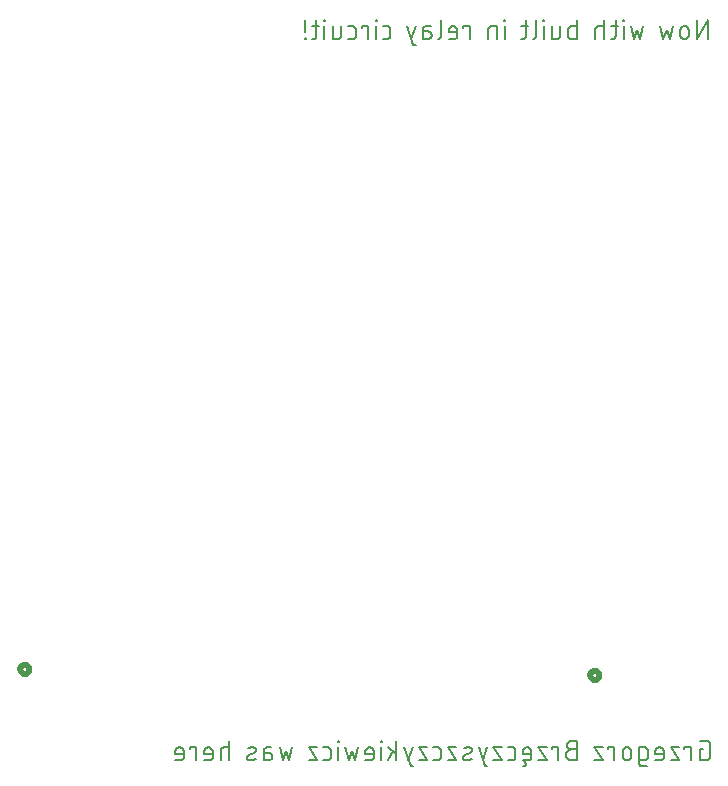
<source format=gbr>
G04 EAGLE Gerber RS-274X export*
G75*
%MOMM*%
%FSLAX34Y34*%
%LPD*%
%INSilkscreen Bottom*%
%IPPOS*%
%AMOC8*
5,1,8,0,0,1.08239X$1,22.5*%
G01*
%ADD10C,0.152400*%
%ADD11C,0.508000*%


D10*
X911126Y191403D02*
X908417Y191403D01*
X908417Y182372D01*
X913836Y182372D01*
X913954Y182374D01*
X914072Y182380D01*
X914190Y182389D01*
X914307Y182403D01*
X914424Y182420D01*
X914541Y182441D01*
X914656Y182466D01*
X914771Y182495D01*
X914885Y182528D01*
X914997Y182564D01*
X915108Y182604D01*
X915218Y182647D01*
X915327Y182694D01*
X915434Y182744D01*
X915539Y182799D01*
X915642Y182856D01*
X915743Y182917D01*
X915843Y182981D01*
X915940Y183048D01*
X916035Y183118D01*
X916127Y183192D01*
X916218Y183268D01*
X916305Y183348D01*
X916390Y183430D01*
X916472Y183515D01*
X916552Y183602D01*
X916628Y183693D01*
X916702Y183785D01*
X916772Y183880D01*
X916839Y183977D01*
X916903Y184077D01*
X916964Y184178D01*
X917021Y184281D01*
X917076Y184386D01*
X917126Y184493D01*
X917173Y184602D01*
X917216Y184712D01*
X917256Y184823D01*
X917292Y184935D01*
X917325Y185049D01*
X917354Y185164D01*
X917379Y185279D01*
X917400Y185396D01*
X917417Y185513D01*
X917431Y185630D01*
X917440Y185748D01*
X917446Y185866D01*
X917448Y185984D01*
X917448Y195016D01*
X917446Y195134D01*
X917440Y195252D01*
X917431Y195370D01*
X917417Y195487D01*
X917400Y195604D01*
X917379Y195721D01*
X917354Y195836D01*
X917325Y195951D01*
X917292Y196065D01*
X917256Y196177D01*
X917216Y196288D01*
X917173Y196398D01*
X917126Y196507D01*
X917076Y196614D01*
X917021Y196719D01*
X916964Y196822D01*
X916903Y196923D01*
X916839Y197023D01*
X916772Y197120D01*
X916702Y197215D01*
X916628Y197307D01*
X916552Y197398D01*
X916472Y197485D01*
X916390Y197570D01*
X916305Y197652D01*
X916218Y197732D01*
X916127Y197808D01*
X916035Y197882D01*
X915940Y197952D01*
X915843Y198019D01*
X915743Y198083D01*
X915642Y198144D01*
X915539Y198201D01*
X915434Y198256D01*
X915327Y198306D01*
X915218Y198353D01*
X915108Y198396D01*
X914997Y198436D01*
X914885Y198472D01*
X914771Y198505D01*
X914656Y198534D01*
X914541Y198559D01*
X914424Y198580D01*
X914307Y198597D01*
X914190Y198611D01*
X914072Y198620D01*
X913954Y198626D01*
X913836Y198628D01*
X908417Y198628D01*
X900829Y193209D02*
X900829Y182372D01*
X900829Y193209D02*
X895410Y193209D01*
X895410Y191403D01*
X891014Y193209D02*
X883789Y193209D01*
X891014Y182372D01*
X883789Y182372D01*
X875279Y182372D02*
X870763Y182372D01*
X875279Y182372D02*
X875380Y182374D01*
X875481Y182380D01*
X875582Y182389D01*
X875683Y182402D01*
X875783Y182419D01*
X875882Y182440D01*
X875980Y182464D01*
X876077Y182492D01*
X876174Y182524D01*
X876269Y182559D01*
X876362Y182598D01*
X876454Y182640D01*
X876545Y182686D01*
X876634Y182735D01*
X876720Y182787D01*
X876805Y182843D01*
X876888Y182901D01*
X876968Y182963D01*
X877046Y183028D01*
X877122Y183095D01*
X877195Y183165D01*
X877265Y183238D01*
X877332Y183314D01*
X877397Y183392D01*
X877459Y183472D01*
X877517Y183555D01*
X877573Y183640D01*
X877625Y183726D01*
X877674Y183815D01*
X877720Y183906D01*
X877762Y183998D01*
X877801Y184091D01*
X877836Y184186D01*
X877868Y184283D01*
X877896Y184380D01*
X877920Y184478D01*
X877941Y184577D01*
X877958Y184677D01*
X877971Y184778D01*
X877980Y184879D01*
X877986Y184980D01*
X877988Y185081D01*
X877988Y189597D01*
X877987Y189597D02*
X877985Y189716D01*
X877979Y189836D01*
X877969Y189955D01*
X877955Y190073D01*
X877938Y190192D01*
X877916Y190309D01*
X877891Y190426D01*
X877861Y190541D01*
X877828Y190656D01*
X877791Y190770D01*
X877751Y190882D01*
X877706Y190993D01*
X877658Y191102D01*
X877607Y191210D01*
X877552Y191316D01*
X877493Y191420D01*
X877431Y191522D01*
X877366Y191622D01*
X877297Y191720D01*
X877225Y191816D01*
X877150Y191909D01*
X877073Y191999D01*
X876992Y192087D01*
X876908Y192172D01*
X876821Y192254D01*
X876732Y192334D01*
X876640Y192410D01*
X876546Y192484D01*
X876449Y192554D01*
X876351Y192621D01*
X876250Y192685D01*
X876146Y192745D01*
X876041Y192802D01*
X875934Y192855D01*
X875826Y192905D01*
X875716Y192951D01*
X875604Y192993D01*
X875491Y193032D01*
X875377Y193067D01*
X875262Y193098D01*
X875145Y193126D01*
X875028Y193149D01*
X874911Y193169D01*
X874792Y193185D01*
X874673Y193197D01*
X874554Y193205D01*
X874435Y193209D01*
X874315Y193209D01*
X874196Y193205D01*
X874077Y193197D01*
X873958Y193185D01*
X873839Y193169D01*
X873722Y193149D01*
X873605Y193126D01*
X873488Y193098D01*
X873373Y193067D01*
X873259Y193032D01*
X873146Y192993D01*
X873034Y192951D01*
X872924Y192905D01*
X872816Y192855D01*
X872709Y192802D01*
X872604Y192745D01*
X872500Y192685D01*
X872399Y192621D01*
X872301Y192554D01*
X872204Y192484D01*
X872110Y192410D01*
X872018Y192334D01*
X871929Y192254D01*
X871842Y192172D01*
X871758Y192087D01*
X871677Y191999D01*
X871600Y191909D01*
X871525Y191816D01*
X871453Y191720D01*
X871384Y191622D01*
X871319Y191522D01*
X871257Y191420D01*
X871198Y191316D01*
X871143Y191210D01*
X871092Y191102D01*
X871044Y190993D01*
X870999Y190882D01*
X870959Y190770D01*
X870922Y190656D01*
X870889Y190541D01*
X870859Y190426D01*
X870834Y190309D01*
X870812Y190192D01*
X870795Y190073D01*
X870781Y189955D01*
X870771Y189836D01*
X870765Y189716D01*
X870763Y189597D01*
X870763Y187791D01*
X877988Y187791D01*
X861805Y182372D02*
X857289Y182372D01*
X861805Y182372D02*
X861906Y182374D01*
X862007Y182380D01*
X862108Y182389D01*
X862209Y182402D01*
X862309Y182419D01*
X862408Y182440D01*
X862506Y182464D01*
X862603Y182492D01*
X862700Y182524D01*
X862795Y182559D01*
X862888Y182598D01*
X862980Y182640D01*
X863071Y182686D01*
X863160Y182735D01*
X863246Y182787D01*
X863331Y182843D01*
X863414Y182901D01*
X863494Y182963D01*
X863572Y183028D01*
X863648Y183095D01*
X863721Y183165D01*
X863791Y183238D01*
X863858Y183314D01*
X863923Y183392D01*
X863985Y183472D01*
X864043Y183555D01*
X864099Y183640D01*
X864151Y183726D01*
X864200Y183815D01*
X864246Y183906D01*
X864288Y183998D01*
X864327Y184091D01*
X864362Y184186D01*
X864394Y184283D01*
X864422Y184380D01*
X864446Y184478D01*
X864467Y184577D01*
X864484Y184677D01*
X864497Y184778D01*
X864506Y184879D01*
X864512Y184980D01*
X864514Y185081D01*
X864514Y190500D01*
X864512Y190601D01*
X864506Y190702D01*
X864497Y190803D01*
X864484Y190904D01*
X864467Y191004D01*
X864446Y191103D01*
X864422Y191201D01*
X864394Y191298D01*
X864362Y191395D01*
X864327Y191490D01*
X864288Y191583D01*
X864246Y191675D01*
X864200Y191766D01*
X864151Y191855D01*
X864099Y191941D01*
X864043Y192026D01*
X863985Y192109D01*
X863923Y192189D01*
X863858Y192267D01*
X863791Y192343D01*
X863721Y192416D01*
X863648Y192486D01*
X863572Y192553D01*
X863494Y192618D01*
X863414Y192680D01*
X863331Y192738D01*
X863246Y192794D01*
X863160Y192846D01*
X863071Y192895D01*
X862980Y192941D01*
X862888Y192983D01*
X862795Y193022D01*
X862700Y193057D01*
X862603Y193089D01*
X862506Y193117D01*
X862408Y193141D01*
X862309Y193162D01*
X862209Y193179D01*
X862108Y193192D01*
X862007Y193201D01*
X861906Y193207D01*
X861805Y193209D01*
X857289Y193209D01*
X857289Y179663D01*
X857290Y179663D02*
X857292Y179562D01*
X857298Y179461D01*
X857307Y179360D01*
X857320Y179259D01*
X857337Y179159D01*
X857358Y179060D01*
X857382Y178962D01*
X857410Y178865D01*
X857442Y178768D01*
X857477Y178673D01*
X857516Y178580D01*
X857558Y178488D01*
X857604Y178397D01*
X857653Y178309D01*
X857705Y178222D01*
X857761Y178137D01*
X857819Y178054D01*
X857881Y177974D01*
X857946Y177896D01*
X858013Y177820D01*
X858083Y177747D01*
X858156Y177677D01*
X858232Y177610D01*
X858310Y177545D01*
X858390Y177483D01*
X858473Y177425D01*
X858558Y177369D01*
X858645Y177317D01*
X858733Y177268D01*
X858824Y177222D01*
X858916Y177180D01*
X859009Y177141D01*
X859104Y177106D01*
X859201Y177074D01*
X859298Y177046D01*
X859396Y177022D01*
X859495Y177001D01*
X859595Y176984D01*
X859696Y176971D01*
X859797Y176962D01*
X859898Y176956D01*
X859999Y176954D01*
X859999Y176953D02*
X863611Y176953D01*
X850373Y185984D02*
X850373Y189597D01*
X850372Y189597D02*
X850370Y189716D01*
X850364Y189836D01*
X850354Y189955D01*
X850340Y190073D01*
X850323Y190192D01*
X850301Y190309D01*
X850276Y190426D01*
X850246Y190541D01*
X850213Y190656D01*
X850176Y190770D01*
X850136Y190882D01*
X850091Y190993D01*
X850043Y191102D01*
X849992Y191210D01*
X849937Y191316D01*
X849878Y191420D01*
X849816Y191522D01*
X849751Y191622D01*
X849682Y191720D01*
X849610Y191816D01*
X849535Y191909D01*
X849458Y191999D01*
X849377Y192087D01*
X849293Y192172D01*
X849206Y192254D01*
X849117Y192334D01*
X849025Y192410D01*
X848931Y192484D01*
X848834Y192554D01*
X848736Y192621D01*
X848635Y192685D01*
X848531Y192745D01*
X848426Y192802D01*
X848319Y192855D01*
X848211Y192905D01*
X848101Y192951D01*
X847989Y192993D01*
X847876Y193032D01*
X847762Y193067D01*
X847647Y193098D01*
X847530Y193126D01*
X847413Y193149D01*
X847296Y193169D01*
X847177Y193185D01*
X847058Y193197D01*
X846939Y193205D01*
X846820Y193209D01*
X846700Y193209D01*
X846581Y193205D01*
X846462Y193197D01*
X846343Y193185D01*
X846224Y193169D01*
X846107Y193149D01*
X845990Y193126D01*
X845873Y193098D01*
X845758Y193067D01*
X845644Y193032D01*
X845531Y192993D01*
X845419Y192951D01*
X845309Y192905D01*
X845201Y192855D01*
X845094Y192802D01*
X844989Y192745D01*
X844885Y192685D01*
X844784Y192621D01*
X844686Y192554D01*
X844589Y192484D01*
X844495Y192410D01*
X844403Y192334D01*
X844314Y192254D01*
X844227Y192172D01*
X844143Y192087D01*
X844062Y191999D01*
X843985Y191909D01*
X843910Y191816D01*
X843838Y191720D01*
X843769Y191622D01*
X843704Y191522D01*
X843642Y191420D01*
X843583Y191316D01*
X843528Y191210D01*
X843477Y191102D01*
X843429Y190993D01*
X843384Y190882D01*
X843344Y190770D01*
X843307Y190656D01*
X843274Y190541D01*
X843244Y190426D01*
X843219Y190309D01*
X843197Y190192D01*
X843180Y190073D01*
X843166Y189955D01*
X843156Y189836D01*
X843150Y189716D01*
X843148Y189597D01*
X843148Y185984D01*
X843150Y185865D01*
X843156Y185745D01*
X843166Y185626D01*
X843180Y185508D01*
X843197Y185389D01*
X843219Y185272D01*
X843244Y185155D01*
X843274Y185040D01*
X843307Y184925D01*
X843344Y184811D01*
X843384Y184699D01*
X843429Y184588D01*
X843477Y184479D01*
X843528Y184371D01*
X843583Y184265D01*
X843642Y184161D01*
X843704Y184059D01*
X843769Y183959D01*
X843838Y183861D01*
X843910Y183765D01*
X843985Y183672D01*
X844062Y183582D01*
X844143Y183494D01*
X844227Y183409D01*
X844314Y183327D01*
X844403Y183247D01*
X844495Y183171D01*
X844589Y183097D01*
X844686Y183027D01*
X844784Y182960D01*
X844885Y182896D01*
X844989Y182836D01*
X845094Y182779D01*
X845201Y182726D01*
X845309Y182676D01*
X845419Y182630D01*
X845531Y182588D01*
X845644Y182549D01*
X845758Y182514D01*
X845873Y182483D01*
X845990Y182455D01*
X846107Y182432D01*
X846224Y182412D01*
X846343Y182396D01*
X846462Y182384D01*
X846581Y182376D01*
X846700Y182372D01*
X846820Y182372D01*
X846939Y182376D01*
X847058Y182384D01*
X847177Y182396D01*
X847296Y182412D01*
X847413Y182432D01*
X847530Y182455D01*
X847647Y182483D01*
X847762Y182514D01*
X847876Y182549D01*
X847989Y182588D01*
X848101Y182630D01*
X848211Y182676D01*
X848319Y182726D01*
X848426Y182779D01*
X848531Y182836D01*
X848635Y182896D01*
X848736Y182960D01*
X848834Y183027D01*
X848931Y183097D01*
X849025Y183171D01*
X849117Y183247D01*
X849206Y183327D01*
X849293Y183409D01*
X849377Y183494D01*
X849458Y183582D01*
X849535Y183672D01*
X849610Y183765D01*
X849682Y183861D01*
X849751Y183959D01*
X849816Y184059D01*
X849878Y184161D01*
X849937Y184265D01*
X849992Y184371D01*
X850043Y184479D01*
X850091Y184588D01*
X850136Y184699D01*
X850176Y184811D01*
X850213Y184925D01*
X850246Y185040D01*
X850276Y185155D01*
X850301Y185272D01*
X850323Y185389D01*
X850340Y185508D01*
X850354Y185626D01*
X850364Y185745D01*
X850370Y185865D01*
X850372Y185984D01*
X836220Y182372D02*
X836220Y193209D01*
X830801Y193209D01*
X830801Y191403D01*
X826405Y193209D02*
X819180Y193209D01*
X826405Y182372D01*
X819180Y182372D01*
X804171Y191403D02*
X799656Y191403D01*
X799656Y191404D02*
X799523Y191402D01*
X799391Y191396D01*
X799259Y191386D01*
X799127Y191373D01*
X798995Y191355D01*
X798865Y191334D01*
X798734Y191309D01*
X798605Y191280D01*
X798477Y191247D01*
X798349Y191211D01*
X798223Y191171D01*
X798098Y191127D01*
X797974Y191079D01*
X797852Y191028D01*
X797731Y190973D01*
X797612Y190915D01*
X797494Y190853D01*
X797379Y190788D01*
X797265Y190719D01*
X797154Y190648D01*
X797045Y190572D01*
X796938Y190494D01*
X796833Y190413D01*
X796731Y190328D01*
X796631Y190241D01*
X796534Y190151D01*
X796439Y190058D01*
X796348Y189962D01*
X796259Y189864D01*
X796173Y189763D01*
X796090Y189659D01*
X796010Y189553D01*
X795934Y189445D01*
X795860Y189335D01*
X795790Y189222D01*
X795723Y189108D01*
X795660Y188991D01*
X795600Y188873D01*
X795543Y188753D01*
X795490Y188631D01*
X795441Y188508D01*
X795395Y188384D01*
X795353Y188258D01*
X795315Y188131D01*
X795280Y188003D01*
X795249Y187874D01*
X795222Y187745D01*
X795199Y187614D01*
X795179Y187483D01*
X795164Y187351D01*
X795152Y187219D01*
X795144Y187087D01*
X795140Y186954D01*
X795140Y186822D01*
X795144Y186689D01*
X795152Y186557D01*
X795164Y186425D01*
X795179Y186293D01*
X795199Y186162D01*
X795222Y186031D01*
X795249Y185902D01*
X795280Y185773D01*
X795315Y185645D01*
X795353Y185518D01*
X795395Y185392D01*
X795441Y185268D01*
X795490Y185145D01*
X795543Y185023D01*
X795600Y184903D01*
X795660Y184785D01*
X795723Y184668D01*
X795790Y184554D01*
X795860Y184441D01*
X795934Y184331D01*
X796010Y184223D01*
X796090Y184117D01*
X796173Y184013D01*
X796259Y183912D01*
X796348Y183814D01*
X796439Y183718D01*
X796534Y183625D01*
X796631Y183535D01*
X796731Y183448D01*
X796833Y183363D01*
X796938Y183282D01*
X797045Y183204D01*
X797154Y183128D01*
X797265Y183057D01*
X797379Y182988D01*
X797494Y182923D01*
X797612Y182861D01*
X797731Y182803D01*
X797852Y182748D01*
X797974Y182697D01*
X798098Y182649D01*
X798223Y182605D01*
X798349Y182565D01*
X798477Y182529D01*
X798605Y182496D01*
X798734Y182467D01*
X798865Y182442D01*
X798995Y182421D01*
X799127Y182403D01*
X799259Y182390D01*
X799391Y182380D01*
X799523Y182374D01*
X799656Y182372D01*
X804171Y182372D01*
X804171Y198628D01*
X799656Y198628D01*
X799537Y198626D01*
X799417Y198620D01*
X799298Y198610D01*
X799180Y198596D01*
X799061Y198579D01*
X798944Y198557D01*
X798827Y198532D01*
X798712Y198502D01*
X798597Y198469D01*
X798483Y198432D01*
X798371Y198392D01*
X798260Y198347D01*
X798151Y198299D01*
X798043Y198248D01*
X797937Y198193D01*
X797833Y198134D01*
X797731Y198072D01*
X797631Y198007D01*
X797533Y197938D01*
X797437Y197866D01*
X797344Y197791D01*
X797254Y197714D01*
X797166Y197633D01*
X797081Y197549D01*
X796999Y197462D01*
X796919Y197373D01*
X796843Y197281D01*
X796769Y197187D01*
X796699Y197090D01*
X796632Y196992D01*
X796568Y196891D01*
X796508Y196787D01*
X796451Y196682D01*
X796398Y196575D01*
X796348Y196467D01*
X796302Y196357D01*
X796260Y196245D01*
X796221Y196132D01*
X796186Y196018D01*
X796155Y195903D01*
X796127Y195786D01*
X796104Y195669D01*
X796084Y195552D01*
X796068Y195433D01*
X796056Y195314D01*
X796048Y195195D01*
X796044Y195076D01*
X796044Y194956D01*
X796048Y194837D01*
X796056Y194718D01*
X796068Y194599D01*
X796084Y194480D01*
X796104Y194363D01*
X796127Y194246D01*
X796155Y194129D01*
X796186Y194014D01*
X796221Y193900D01*
X796260Y193787D01*
X796302Y193675D01*
X796348Y193565D01*
X796398Y193457D01*
X796451Y193350D01*
X796508Y193245D01*
X796568Y193141D01*
X796632Y193040D01*
X796699Y192942D01*
X796769Y192845D01*
X796843Y192751D01*
X796919Y192659D01*
X796999Y192570D01*
X797081Y192483D01*
X797166Y192399D01*
X797254Y192318D01*
X797344Y192241D01*
X797437Y192166D01*
X797533Y192094D01*
X797631Y192025D01*
X797731Y191960D01*
X797833Y191898D01*
X797937Y191839D01*
X798043Y191784D01*
X798151Y191733D01*
X798260Y191685D01*
X798371Y191640D01*
X798483Y191600D01*
X798597Y191563D01*
X798712Y191530D01*
X798827Y191500D01*
X798944Y191475D01*
X799061Y191453D01*
X799180Y191436D01*
X799298Y191422D01*
X799417Y191412D01*
X799537Y191406D01*
X799656Y191404D01*
X788805Y193209D02*
X788805Y182372D01*
X788805Y193209D02*
X783386Y193209D01*
X783386Y191403D01*
X778990Y193209D02*
X771765Y193209D01*
X778990Y182372D01*
X771765Y182372D01*
X759191Y176953D02*
X758739Y176953D01*
X759191Y176954D02*
X759280Y176956D01*
X759369Y176962D01*
X759458Y176971D01*
X759546Y176985D01*
X759633Y177002D01*
X759720Y177023D01*
X759806Y177048D01*
X759890Y177076D01*
X759973Y177108D01*
X760055Y177144D01*
X760135Y177183D01*
X760214Y177226D01*
X760290Y177272D01*
X760364Y177321D01*
X760437Y177373D01*
X760506Y177429D01*
X760574Y177487D01*
X760639Y177548D01*
X760701Y177612D01*
X760760Y177679D01*
X760816Y177748D01*
X760869Y177820D01*
X760920Y177893D01*
X760966Y177969D01*
X761010Y178047D01*
X761050Y178127D01*
X761087Y178208D01*
X761120Y178291D01*
X761149Y178375D01*
X761175Y178460D01*
X761197Y178547D01*
X761216Y178634D01*
X761230Y178722D01*
X761241Y178810D01*
X761248Y178899D01*
X761251Y178988D01*
X761250Y179077D01*
X761245Y179167D01*
X761237Y179255D01*
X761224Y179344D01*
X761208Y179431D01*
X761188Y179518D01*
X761165Y179604D01*
X761137Y179689D01*
X761106Y179773D01*
X761072Y179855D01*
X761033Y179935D01*
X760992Y180014D01*
X760947Y180091D01*
X760899Y180166D01*
X760847Y180239D01*
X760793Y180309D01*
X760735Y180378D01*
X760675Y180443D01*
X760611Y180506D01*
X760546Y180566D01*
X758739Y182372D01*
X763255Y182372D01*
X763356Y182374D01*
X763457Y182380D01*
X763558Y182389D01*
X763659Y182402D01*
X763759Y182419D01*
X763858Y182440D01*
X763956Y182464D01*
X764053Y182492D01*
X764150Y182524D01*
X764245Y182559D01*
X764338Y182598D01*
X764430Y182640D01*
X764521Y182686D01*
X764610Y182735D01*
X764696Y182787D01*
X764781Y182843D01*
X764864Y182901D01*
X764944Y182963D01*
X765022Y183028D01*
X765098Y183095D01*
X765171Y183165D01*
X765241Y183238D01*
X765308Y183314D01*
X765373Y183392D01*
X765435Y183472D01*
X765493Y183555D01*
X765549Y183640D01*
X765601Y183726D01*
X765650Y183815D01*
X765696Y183906D01*
X765738Y183998D01*
X765777Y184091D01*
X765812Y184186D01*
X765844Y184283D01*
X765872Y184380D01*
X765896Y184478D01*
X765917Y184577D01*
X765934Y184677D01*
X765947Y184778D01*
X765956Y184879D01*
X765962Y184980D01*
X765964Y185081D01*
X765964Y189597D01*
X765962Y189716D01*
X765956Y189836D01*
X765946Y189955D01*
X765932Y190073D01*
X765915Y190192D01*
X765893Y190309D01*
X765868Y190426D01*
X765838Y190541D01*
X765805Y190656D01*
X765768Y190770D01*
X765728Y190882D01*
X765683Y190993D01*
X765635Y191102D01*
X765584Y191210D01*
X765529Y191316D01*
X765470Y191420D01*
X765408Y191522D01*
X765343Y191622D01*
X765274Y191720D01*
X765202Y191816D01*
X765127Y191909D01*
X765050Y191999D01*
X764969Y192087D01*
X764885Y192172D01*
X764798Y192254D01*
X764709Y192334D01*
X764617Y192410D01*
X764523Y192484D01*
X764426Y192554D01*
X764328Y192621D01*
X764227Y192685D01*
X764123Y192745D01*
X764018Y192802D01*
X763911Y192855D01*
X763803Y192905D01*
X763693Y192951D01*
X763581Y192993D01*
X763468Y193032D01*
X763354Y193067D01*
X763239Y193098D01*
X763122Y193126D01*
X763005Y193149D01*
X762888Y193169D01*
X762769Y193185D01*
X762650Y193197D01*
X762531Y193205D01*
X762412Y193209D01*
X762292Y193209D01*
X762173Y193205D01*
X762054Y193197D01*
X761935Y193185D01*
X761816Y193169D01*
X761699Y193149D01*
X761582Y193126D01*
X761465Y193098D01*
X761350Y193067D01*
X761236Y193032D01*
X761123Y192993D01*
X761011Y192951D01*
X760901Y192905D01*
X760793Y192855D01*
X760686Y192802D01*
X760581Y192745D01*
X760477Y192685D01*
X760376Y192621D01*
X760278Y192554D01*
X760181Y192484D01*
X760087Y192410D01*
X759995Y192334D01*
X759906Y192254D01*
X759819Y192172D01*
X759735Y192087D01*
X759654Y191999D01*
X759577Y191909D01*
X759502Y191816D01*
X759430Y191720D01*
X759361Y191622D01*
X759296Y191522D01*
X759234Y191420D01*
X759175Y191316D01*
X759120Y191210D01*
X759069Y191102D01*
X759021Y190993D01*
X758976Y190882D01*
X758936Y190770D01*
X758899Y190656D01*
X758866Y190541D01*
X758836Y190426D01*
X758811Y190309D01*
X758789Y190192D01*
X758772Y190073D01*
X758758Y189955D01*
X758748Y189836D01*
X758742Y189716D01*
X758740Y189597D01*
X758739Y189597D02*
X758739Y187791D01*
X765964Y187791D01*
X749690Y182372D02*
X746078Y182372D01*
X749690Y182372D02*
X749791Y182374D01*
X749892Y182380D01*
X749993Y182389D01*
X750094Y182402D01*
X750194Y182419D01*
X750293Y182440D01*
X750391Y182464D01*
X750488Y182492D01*
X750585Y182524D01*
X750680Y182559D01*
X750773Y182598D01*
X750865Y182640D01*
X750956Y182686D01*
X751045Y182735D01*
X751131Y182787D01*
X751216Y182843D01*
X751299Y182901D01*
X751379Y182963D01*
X751457Y183028D01*
X751533Y183095D01*
X751606Y183165D01*
X751676Y183238D01*
X751743Y183314D01*
X751808Y183392D01*
X751870Y183472D01*
X751928Y183555D01*
X751984Y183640D01*
X752036Y183726D01*
X752085Y183815D01*
X752131Y183906D01*
X752173Y183998D01*
X752212Y184091D01*
X752247Y184186D01*
X752279Y184283D01*
X752307Y184380D01*
X752331Y184478D01*
X752352Y184577D01*
X752369Y184677D01*
X752382Y184778D01*
X752391Y184879D01*
X752397Y184980D01*
X752399Y185081D01*
X752400Y185081D02*
X752400Y190500D01*
X752399Y190500D02*
X752397Y190601D01*
X752391Y190702D01*
X752382Y190803D01*
X752369Y190904D01*
X752352Y191004D01*
X752331Y191103D01*
X752307Y191201D01*
X752279Y191298D01*
X752247Y191395D01*
X752212Y191490D01*
X752173Y191583D01*
X752131Y191675D01*
X752085Y191766D01*
X752036Y191855D01*
X751984Y191941D01*
X751928Y192026D01*
X751870Y192109D01*
X751808Y192189D01*
X751743Y192267D01*
X751676Y192343D01*
X751606Y192416D01*
X751533Y192486D01*
X751457Y192553D01*
X751379Y192618D01*
X751299Y192680D01*
X751216Y192738D01*
X751131Y192794D01*
X751045Y192846D01*
X750956Y192895D01*
X750865Y192941D01*
X750773Y192983D01*
X750680Y193022D01*
X750585Y193057D01*
X750488Y193089D01*
X750391Y193117D01*
X750293Y193141D01*
X750194Y193162D01*
X750094Y193179D01*
X749993Y193192D01*
X749892Y193201D01*
X749791Y193207D01*
X749690Y193209D01*
X746078Y193209D01*
X740954Y193209D02*
X733729Y193209D01*
X740954Y182372D01*
X733729Y182372D01*
X728449Y176953D02*
X726643Y176953D01*
X721224Y193209D01*
X728449Y193209D02*
X724837Y182372D01*
X714069Y188694D02*
X709553Y186888D01*
X714069Y188694D02*
X714157Y188731D01*
X714243Y188772D01*
X714328Y188816D01*
X714411Y188864D01*
X714491Y188915D01*
X714570Y188969D01*
X714646Y189027D01*
X714720Y189087D01*
X714792Y189151D01*
X714860Y189217D01*
X714926Y189287D01*
X714989Y189358D01*
X715050Y189433D01*
X715107Y189509D01*
X715160Y189588D01*
X715211Y189669D01*
X715258Y189752D01*
X715302Y189837D01*
X715342Y189924D01*
X715379Y190012D01*
X715412Y190102D01*
X715442Y190193D01*
X715467Y190285D01*
X715489Y190378D01*
X715507Y190472D01*
X715522Y190566D01*
X715532Y190661D01*
X715538Y190757D01*
X715541Y190852D01*
X715540Y190948D01*
X715534Y191043D01*
X715525Y191139D01*
X715512Y191233D01*
X715496Y191327D01*
X715475Y191421D01*
X715450Y191513D01*
X715422Y191604D01*
X715390Y191694D01*
X715355Y191783D01*
X715316Y191870D01*
X715273Y191956D01*
X715227Y192040D01*
X715177Y192121D01*
X715125Y192201D01*
X715069Y192279D01*
X715009Y192354D01*
X714947Y192426D01*
X714882Y192496D01*
X714814Y192564D01*
X714744Y192628D01*
X714671Y192690D01*
X714595Y192748D01*
X714517Y192804D01*
X714437Y192856D01*
X714355Y192905D01*
X714271Y192950D01*
X714185Y192992D01*
X714098Y193031D01*
X714009Y193066D01*
X713918Y193097D01*
X713827Y193124D01*
X713734Y193148D01*
X713641Y193168D01*
X713547Y193184D01*
X713452Y193196D01*
X713357Y193205D01*
X713261Y193209D01*
X713166Y193210D01*
X712919Y193203D01*
X712673Y193191D01*
X712427Y193173D01*
X712181Y193148D01*
X711937Y193118D01*
X711693Y193082D01*
X711450Y193041D01*
X711208Y192993D01*
X710967Y192939D01*
X710728Y192880D01*
X710490Y192815D01*
X710254Y192744D01*
X710019Y192668D01*
X709786Y192586D01*
X709556Y192498D01*
X709328Y192405D01*
X709101Y192307D01*
X709553Y186887D02*
X709465Y186850D01*
X709379Y186809D01*
X709294Y186765D01*
X709211Y186717D01*
X709131Y186666D01*
X709052Y186612D01*
X708976Y186554D01*
X708902Y186494D01*
X708830Y186430D01*
X708762Y186364D01*
X708696Y186294D01*
X708633Y186223D01*
X708572Y186148D01*
X708515Y186072D01*
X708462Y185993D01*
X708411Y185912D01*
X708364Y185829D01*
X708320Y185744D01*
X708280Y185657D01*
X708243Y185569D01*
X708210Y185479D01*
X708180Y185388D01*
X708155Y185296D01*
X708133Y185203D01*
X708115Y185109D01*
X708100Y185015D01*
X708090Y184920D01*
X708084Y184824D01*
X708081Y184729D01*
X708082Y184633D01*
X708088Y184538D01*
X708097Y184442D01*
X708110Y184348D01*
X708126Y184254D01*
X708147Y184160D01*
X708172Y184068D01*
X708200Y183977D01*
X708232Y183887D01*
X708267Y183798D01*
X708306Y183711D01*
X708349Y183625D01*
X708395Y183541D01*
X708445Y183460D01*
X708497Y183380D01*
X708553Y183302D01*
X708613Y183227D01*
X708675Y183155D01*
X708740Y183085D01*
X708808Y183017D01*
X708878Y182953D01*
X708951Y182891D01*
X709027Y182833D01*
X709105Y182777D01*
X709185Y182725D01*
X709267Y182676D01*
X709351Y182631D01*
X709437Y182589D01*
X709524Y182550D01*
X709613Y182515D01*
X709704Y182484D01*
X709795Y182457D01*
X709888Y182433D01*
X709981Y182413D01*
X710075Y182397D01*
X710170Y182385D01*
X710265Y182376D01*
X710361Y182372D01*
X710456Y182371D01*
X710457Y182372D02*
X710819Y182381D01*
X711181Y182399D01*
X711542Y182426D01*
X711902Y182461D01*
X712262Y182504D01*
X712621Y182556D01*
X712978Y182617D01*
X713333Y182686D01*
X713687Y182763D01*
X714039Y182849D01*
X714389Y182943D01*
X714737Y183046D01*
X715082Y183156D01*
X715424Y183275D01*
X702397Y193209D02*
X695172Y193209D01*
X702397Y182372D01*
X695172Y182372D01*
X686644Y182372D02*
X683032Y182372D01*
X686644Y182372D02*
X686745Y182374D01*
X686846Y182380D01*
X686947Y182389D01*
X687048Y182402D01*
X687148Y182419D01*
X687247Y182440D01*
X687345Y182464D01*
X687442Y182492D01*
X687539Y182524D01*
X687634Y182559D01*
X687727Y182598D01*
X687819Y182640D01*
X687910Y182686D01*
X687999Y182735D01*
X688085Y182787D01*
X688170Y182843D01*
X688253Y182901D01*
X688333Y182963D01*
X688411Y183028D01*
X688487Y183095D01*
X688560Y183165D01*
X688630Y183238D01*
X688697Y183314D01*
X688762Y183392D01*
X688824Y183472D01*
X688882Y183555D01*
X688938Y183640D01*
X688990Y183726D01*
X689039Y183815D01*
X689085Y183906D01*
X689127Y183998D01*
X689166Y184091D01*
X689201Y184186D01*
X689233Y184283D01*
X689261Y184380D01*
X689285Y184478D01*
X689306Y184577D01*
X689323Y184677D01*
X689336Y184778D01*
X689345Y184879D01*
X689351Y184980D01*
X689353Y185081D01*
X689354Y185081D02*
X689354Y190500D01*
X689353Y190500D02*
X689351Y190601D01*
X689345Y190702D01*
X689336Y190803D01*
X689323Y190904D01*
X689306Y191004D01*
X689285Y191103D01*
X689261Y191201D01*
X689233Y191298D01*
X689201Y191395D01*
X689166Y191490D01*
X689127Y191583D01*
X689085Y191675D01*
X689039Y191766D01*
X688990Y191855D01*
X688938Y191941D01*
X688882Y192026D01*
X688824Y192109D01*
X688762Y192189D01*
X688697Y192267D01*
X688630Y192343D01*
X688560Y192416D01*
X688487Y192486D01*
X688411Y192553D01*
X688333Y192618D01*
X688253Y192680D01*
X688170Y192738D01*
X688085Y192794D01*
X687999Y192846D01*
X687910Y192895D01*
X687819Y192941D01*
X687727Y192983D01*
X687634Y193022D01*
X687539Y193057D01*
X687442Y193089D01*
X687345Y193117D01*
X687247Y193141D01*
X687148Y193162D01*
X687048Y193179D01*
X686947Y193192D01*
X686846Y193201D01*
X686745Y193207D01*
X686644Y193209D01*
X683032Y193209D01*
X677908Y193209D02*
X670684Y193209D01*
X677908Y182372D01*
X670684Y182372D01*
X665404Y176953D02*
X663597Y176953D01*
X658179Y193209D01*
X665404Y193209D02*
X661791Y182372D01*
X651688Y182372D02*
X651688Y198628D01*
X644463Y193209D02*
X651688Y187791D01*
X648527Y190048D02*
X644463Y182372D01*
X638865Y182372D02*
X638865Y193209D01*
X639317Y197725D02*
X639317Y198628D01*
X638414Y198628D01*
X638414Y197725D01*
X639317Y197725D01*
X629869Y182372D02*
X625353Y182372D01*
X629869Y182372D02*
X629970Y182374D01*
X630071Y182380D01*
X630172Y182389D01*
X630273Y182402D01*
X630373Y182419D01*
X630472Y182440D01*
X630570Y182464D01*
X630667Y182492D01*
X630764Y182524D01*
X630859Y182559D01*
X630952Y182598D01*
X631044Y182640D01*
X631135Y182686D01*
X631224Y182735D01*
X631310Y182787D01*
X631395Y182843D01*
X631478Y182901D01*
X631558Y182963D01*
X631636Y183028D01*
X631712Y183095D01*
X631785Y183165D01*
X631855Y183238D01*
X631922Y183314D01*
X631987Y183392D01*
X632049Y183472D01*
X632107Y183555D01*
X632163Y183640D01*
X632215Y183726D01*
X632264Y183815D01*
X632310Y183906D01*
X632352Y183998D01*
X632391Y184091D01*
X632426Y184186D01*
X632458Y184283D01*
X632486Y184380D01*
X632510Y184478D01*
X632531Y184577D01*
X632548Y184677D01*
X632561Y184778D01*
X632570Y184879D01*
X632576Y184980D01*
X632578Y185081D01*
X632578Y189597D01*
X632576Y189716D01*
X632570Y189836D01*
X632560Y189955D01*
X632546Y190073D01*
X632529Y190192D01*
X632507Y190309D01*
X632482Y190426D01*
X632452Y190541D01*
X632419Y190656D01*
X632382Y190770D01*
X632342Y190882D01*
X632297Y190993D01*
X632249Y191102D01*
X632198Y191210D01*
X632143Y191316D01*
X632084Y191420D01*
X632022Y191522D01*
X631957Y191622D01*
X631888Y191720D01*
X631816Y191816D01*
X631741Y191909D01*
X631664Y191999D01*
X631583Y192087D01*
X631499Y192172D01*
X631412Y192254D01*
X631323Y192334D01*
X631231Y192410D01*
X631137Y192484D01*
X631040Y192554D01*
X630942Y192621D01*
X630841Y192685D01*
X630737Y192745D01*
X630632Y192802D01*
X630525Y192855D01*
X630417Y192905D01*
X630307Y192951D01*
X630195Y192993D01*
X630082Y193032D01*
X629968Y193067D01*
X629853Y193098D01*
X629736Y193126D01*
X629619Y193149D01*
X629502Y193169D01*
X629383Y193185D01*
X629264Y193197D01*
X629145Y193205D01*
X629026Y193209D01*
X628906Y193209D01*
X628787Y193205D01*
X628668Y193197D01*
X628549Y193185D01*
X628430Y193169D01*
X628313Y193149D01*
X628196Y193126D01*
X628079Y193098D01*
X627964Y193067D01*
X627850Y193032D01*
X627737Y192993D01*
X627625Y192951D01*
X627515Y192905D01*
X627407Y192855D01*
X627300Y192802D01*
X627195Y192745D01*
X627091Y192685D01*
X626990Y192621D01*
X626892Y192554D01*
X626795Y192484D01*
X626701Y192410D01*
X626609Y192334D01*
X626520Y192254D01*
X626433Y192172D01*
X626349Y192087D01*
X626268Y191999D01*
X626191Y191909D01*
X626116Y191816D01*
X626044Y191720D01*
X625975Y191622D01*
X625910Y191522D01*
X625848Y191420D01*
X625789Y191316D01*
X625734Y191210D01*
X625683Y191102D01*
X625635Y190993D01*
X625590Y190882D01*
X625550Y190770D01*
X625513Y190656D01*
X625480Y190541D01*
X625450Y190426D01*
X625425Y190309D01*
X625403Y190192D01*
X625386Y190073D01*
X625372Y189955D01*
X625362Y189836D01*
X625356Y189716D01*
X625354Y189597D01*
X625353Y189597D02*
X625353Y187791D01*
X632578Y187791D01*
X619274Y193209D02*
X616565Y182372D01*
X613855Y189597D01*
X611146Y182372D01*
X608437Y193209D01*
X602392Y193209D02*
X602392Y182372D01*
X602844Y197725D02*
X602844Y198628D01*
X601941Y198628D01*
X601941Y197725D01*
X602844Y197725D01*
X593378Y182372D02*
X589766Y182372D01*
X593378Y182372D02*
X593479Y182374D01*
X593580Y182380D01*
X593681Y182389D01*
X593782Y182402D01*
X593882Y182419D01*
X593981Y182440D01*
X594079Y182464D01*
X594176Y182492D01*
X594273Y182524D01*
X594368Y182559D01*
X594461Y182598D01*
X594553Y182640D01*
X594644Y182686D01*
X594733Y182735D01*
X594819Y182787D01*
X594904Y182843D01*
X594987Y182901D01*
X595067Y182963D01*
X595145Y183028D01*
X595221Y183095D01*
X595294Y183165D01*
X595364Y183238D01*
X595431Y183314D01*
X595496Y183392D01*
X595558Y183472D01*
X595616Y183555D01*
X595672Y183640D01*
X595724Y183726D01*
X595773Y183815D01*
X595819Y183906D01*
X595861Y183998D01*
X595900Y184091D01*
X595935Y184186D01*
X595967Y184283D01*
X595995Y184380D01*
X596019Y184478D01*
X596040Y184577D01*
X596057Y184677D01*
X596070Y184778D01*
X596079Y184879D01*
X596085Y184980D01*
X596087Y185081D01*
X596088Y185081D02*
X596088Y190500D01*
X596087Y190500D02*
X596085Y190601D01*
X596079Y190702D01*
X596070Y190803D01*
X596057Y190904D01*
X596040Y191004D01*
X596019Y191103D01*
X595995Y191201D01*
X595967Y191298D01*
X595935Y191395D01*
X595900Y191490D01*
X595861Y191583D01*
X595819Y191675D01*
X595773Y191766D01*
X595724Y191855D01*
X595672Y191941D01*
X595616Y192026D01*
X595558Y192109D01*
X595496Y192189D01*
X595431Y192267D01*
X595364Y192343D01*
X595294Y192416D01*
X595221Y192486D01*
X595145Y192553D01*
X595067Y192618D01*
X594987Y192680D01*
X594904Y192738D01*
X594819Y192794D01*
X594733Y192846D01*
X594644Y192895D01*
X594553Y192941D01*
X594461Y192983D01*
X594368Y193022D01*
X594273Y193057D01*
X594176Y193089D01*
X594079Y193117D01*
X593981Y193141D01*
X593882Y193162D01*
X593782Y193179D01*
X593681Y193192D01*
X593580Y193201D01*
X593479Y193207D01*
X593378Y193209D01*
X589766Y193209D01*
X584642Y193209D02*
X577417Y193209D01*
X584642Y182372D01*
X577417Y182372D01*
X560813Y182372D02*
X563523Y193209D01*
X558104Y189597D02*
X560813Y182372D01*
X555395Y182372D02*
X558104Y189597D01*
X552685Y193209D02*
X555395Y182372D01*
X543519Y188694D02*
X539455Y188694D01*
X543519Y188694D02*
X543631Y188692D01*
X543742Y188686D01*
X543853Y188676D01*
X543964Y188663D01*
X544074Y188645D01*
X544183Y188623D01*
X544292Y188598D01*
X544400Y188569D01*
X544506Y188536D01*
X544612Y188499D01*
X544716Y188459D01*
X544818Y188415D01*
X544919Y188367D01*
X545018Y188316D01*
X545116Y188261D01*
X545211Y188203D01*
X545304Y188142D01*
X545395Y188077D01*
X545484Y188009D01*
X545570Y187938D01*
X545653Y187865D01*
X545734Y187788D01*
X545813Y187708D01*
X545888Y187626D01*
X545960Y187541D01*
X546030Y187454D01*
X546096Y187364D01*
X546159Y187272D01*
X546219Y187177D01*
X546275Y187081D01*
X546328Y186983D01*
X546377Y186883D01*
X546423Y186781D01*
X546465Y186678D01*
X546504Y186573D01*
X546539Y186467D01*
X546570Y186360D01*
X546597Y186252D01*
X546621Y186143D01*
X546640Y186033D01*
X546656Y185923D01*
X546668Y185812D01*
X546676Y185700D01*
X546680Y185589D01*
X546680Y185477D01*
X546676Y185366D01*
X546668Y185254D01*
X546656Y185143D01*
X546640Y185033D01*
X546621Y184923D01*
X546597Y184814D01*
X546570Y184706D01*
X546539Y184599D01*
X546504Y184493D01*
X546465Y184388D01*
X546423Y184285D01*
X546377Y184183D01*
X546328Y184083D01*
X546275Y183985D01*
X546219Y183889D01*
X546159Y183794D01*
X546096Y183702D01*
X546030Y183612D01*
X545960Y183525D01*
X545888Y183440D01*
X545813Y183358D01*
X545734Y183278D01*
X545653Y183201D01*
X545570Y183128D01*
X545484Y183057D01*
X545395Y182989D01*
X545304Y182924D01*
X545211Y182863D01*
X545116Y182805D01*
X545018Y182750D01*
X544919Y182699D01*
X544818Y182651D01*
X544716Y182607D01*
X544612Y182567D01*
X544506Y182530D01*
X544400Y182497D01*
X544292Y182468D01*
X544183Y182443D01*
X544074Y182421D01*
X543964Y182403D01*
X543853Y182390D01*
X543742Y182380D01*
X543631Y182374D01*
X543519Y182372D01*
X539455Y182372D01*
X539455Y190500D01*
X539457Y190601D01*
X539463Y190702D01*
X539472Y190803D01*
X539485Y190904D01*
X539502Y191004D01*
X539523Y191103D01*
X539547Y191201D01*
X539575Y191298D01*
X539607Y191395D01*
X539642Y191490D01*
X539681Y191583D01*
X539723Y191675D01*
X539769Y191766D01*
X539818Y191855D01*
X539870Y191941D01*
X539926Y192026D01*
X539984Y192109D01*
X540046Y192189D01*
X540111Y192267D01*
X540178Y192343D01*
X540248Y192416D01*
X540321Y192486D01*
X540397Y192553D01*
X540475Y192618D01*
X540555Y192680D01*
X540638Y192738D01*
X540723Y192794D01*
X540810Y192846D01*
X540898Y192895D01*
X540989Y192941D01*
X541081Y192983D01*
X541174Y193022D01*
X541269Y193057D01*
X541366Y193089D01*
X541463Y193117D01*
X541561Y193141D01*
X541660Y193162D01*
X541760Y193179D01*
X541861Y193192D01*
X541962Y193201D01*
X542063Y193207D01*
X542164Y193209D01*
X545776Y193209D01*
X531184Y188694D02*
X526668Y186888D01*
X531184Y188694D02*
X531272Y188731D01*
X531358Y188772D01*
X531443Y188816D01*
X531526Y188864D01*
X531606Y188915D01*
X531685Y188969D01*
X531761Y189027D01*
X531835Y189087D01*
X531907Y189151D01*
X531975Y189217D01*
X532041Y189287D01*
X532104Y189358D01*
X532165Y189433D01*
X532222Y189509D01*
X532275Y189588D01*
X532326Y189669D01*
X532373Y189752D01*
X532417Y189837D01*
X532457Y189924D01*
X532494Y190012D01*
X532527Y190102D01*
X532557Y190193D01*
X532582Y190285D01*
X532604Y190378D01*
X532622Y190472D01*
X532637Y190566D01*
X532647Y190661D01*
X532653Y190757D01*
X532656Y190852D01*
X532655Y190948D01*
X532649Y191043D01*
X532640Y191139D01*
X532627Y191233D01*
X532611Y191327D01*
X532590Y191421D01*
X532565Y191513D01*
X532537Y191604D01*
X532505Y191694D01*
X532470Y191783D01*
X532431Y191870D01*
X532388Y191956D01*
X532342Y192040D01*
X532292Y192121D01*
X532240Y192201D01*
X532184Y192279D01*
X532124Y192354D01*
X532062Y192426D01*
X531997Y192496D01*
X531929Y192564D01*
X531859Y192628D01*
X531786Y192690D01*
X531710Y192748D01*
X531632Y192804D01*
X531552Y192856D01*
X531470Y192905D01*
X531386Y192950D01*
X531300Y192992D01*
X531213Y193031D01*
X531124Y193066D01*
X531033Y193097D01*
X530942Y193124D01*
X530849Y193148D01*
X530756Y193168D01*
X530662Y193184D01*
X530567Y193196D01*
X530472Y193205D01*
X530376Y193209D01*
X530281Y193210D01*
X530034Y193203D01*
X529788Y193191D01*
X529542Y193173D01*
X529296Y193148D01*
X529052Y193118D01*
X528808Y193082D01*
X528565Y193041D01*
X528323Y192993D01*
X528082Y192939D01*
X527843Y192880D01*
X527605Y192815D01*
X527369Y192744D01*
X527134Y192668D01*
X526901Y192586D01*
X526671Y192498D01*
X526443Y192405D01*
X526216Y192307D01*
X526668Y186887D02*
X526580Y186850D01*
X526494Y186809D01*
X526409Y186765D01*
X526326Y186717D01*
X526246Y186666D01*
X526167Y186612D01*
X526091Y186554D01*
X526017Y186494D01*
X525945Y186430D01*
X525877Y186364D01*
X525811Y186294D01*
X525748Y186223D01*
X525687Y186148D01*
X525630Y186072D01*
X525577Y185993D01*
X525526Y185912D01*
X525479Y185829D01*
X525435Y185744D01*
X525395Y185657D01*
X525358Y185569D01*
X525325Y185479D01*
X525295Y185388D01*
X525270Y185296D01*
X525248Y185203D01*
X525230Y185109D01*
X525215Y185015D01*
X525205Y184920D01*
X525199Y184824D01*
X525196Y184729D01*
X525197Y184633D01*
X525203Y184538D01*
X525212Y184442D01*
X525225Y184348D01*
X525241Y184254D01*
X525262Y184160D01*
X525287Y184068D01*
X525315Y183977D01*
X525347Y183887D01*
X525382Y183798D01*
X525421Y183711D01*
X525464Y183625D01*
X525510Y183541D01*
X525560Y183460D01*
X525612Y183380D01*
X525668Y183302D01*
X525728Y183227D01*
X525790Y183155D01*
X525855Y183085D01*
X525923Y183017D01*
X525993Y182953D01*
X526066Y182891D01*
X526142Y182833D01*
X526220Y182777D01*
X526300Y182725D01*
X526382Y182676D01*
X526466Y182631D01*
X526552Y182589D01*
X526639Y182550D01*
X526728Y182515D01*
X526819Y182484D01*
X526910Y182457D01*
X527003Y182433D01*
X527096Y182413D01*
X527190Y182397D01*
X527285Y182385D01*
X527380Y182376D01*
X527476Y182372D01*
X527571Y182371D01*
X527571Y182372D02*
X527933Y182381D01*
X528295Y182399D01*
X528656Y182426D01*
X529016Y182461D01*
X529376Y182504D01*
X529735Y182556D01*
X530092Y182617D01*
X530447Y182686D01*
X530801Y182763D01*
X531153Y182849D01*
X531503Y182943D01*
X531851Y183046D01*
X532196Y183156D01*
X532538Y183275D01*
X510133Y182372D02*
X510133Y198628D01*
X510133Y193209D02*
X505618Y193209D01*
X505514Y193207D01*
X505411Y193201D01*
X505307Y193191D01*
X505204Y193177D01*
X505102Y193159D01*
X505001Y193138D01*
X504900Y193112D01*
X504801Y193083D01*
X504702Y193050D01*
X504605Y193013D01*
X504510Y192972D01*
X504416Y192928D01*
X504324Y192880D01*
X504234Y192829D01*
X504145Y192774D01*
X504059Y192716D01*
X503976Y192654D01*
X503894Y192590D01*
X503816Y192522D01*
X503740Y192452D01*
X503666Y192379D01*
X503596Y192302D01*
X503528Y192224D01*
X503464Y192142D01*
X503402Y192059D01*
X503344Y191973D01*
X503289Y191884D01*
X503238Y191794D01*
X503190Y191702D01*
X503146Y191608D01*
X503105Y191513D01*
X503068Y191416D01*
X503035Y191317D01*
X503006Y191218D01*
X502980Y191117D01*
X502959Y191016D01*
X502941Y190914D01*
X502927Y190811D01*
X502917Y190707D01*
X502911Y190604D01*
X502909Y190500D01*
X502909Y182372D01*
X493356Y182372D02*
X488841Y182372D01*
X493356Y182372D02*
X493457Y182374D01*
X493558Y182380D01*
X493659Y182389D01*
X493760Y182402D01*
X493860Y182419D01*
X493959Y182440D01*
X494057Y182464D01*
X494154Y182492D01*
X494251Y182524D01*
X494346Y182559D01*
X494439Y182598D01*
X494531Y182640D01*
X494622Y182686D01*
X494711Y182735D01*
X494797Y182787D01*
X494882Y182843D01*
X494965Y182901D01*
X495045Y182963D01*
X495123Y183028D01*
X495199Y183095D01*
X495272Y183165D01*
X495342Y183238D01*
X495409Y183314D01*
X495474Y183392D01*
X495536Y183472D01*
X495594Y183555D01*
X495650Y183640D01*
X495702Y183726D01*
X495751Y183815D01*
X495797Y183906D01*
X495839Y183998D01*
X495878Y184091D01*
X495913Y184186D01*
X495945Y184283D01*
X495973Y184380D01*
X495997Y184478D01*
X496018Y184577D01*
X496035Y184677D01*
X496048Y184778D01*
X496057Y184879D01*
X496063Y184980D01*
X496065Y185081D01*
X496065Y189597D01*
X496063Y189716D01*
X496057Y189836D01*
X496047Y189955D01*
X496033Y190073D01*
X496016Y190192D01*
X495994Y190309D01*
X495969Y190426D01*
X495939Y190541D01*
X495906Y190656D01*
X495869Y190770D01*
X495829Y190882D01*
X495784Y190993D01*
X495736Y191102D01*
X495685Y191210D01*
X495630Y191316D01*
X495571Y191420D01*
X495509Y191522D01*
X495444Y191622D01*
X495375Y191720D01*
X495303Y191816D01*
X495228Y191909D01*
X495151Y191999D01*
X495070Y192087D01*
X494986Y192172D01*
X494899Y192254D01*
X494810Y192334D01*
X494718Y192410D01*
X494624Y192484D01*
X494527Y192554D01*
X494429Y192621D01*
X494328Y192685D01*
X494224Y192745D01*
X494119Y192802D01*
X494012Y192855D01*
X493904Y192905D01*
X493794Y192951D01*
X493682Y192993D01*
X493569Y193032D01*
X493455Y193067D01*
X493340Y193098D01*
X493223Y193126D01*
X493106Y193149D01*
X492989Y193169D01*
X492870Y193185D01*
X492751Y193197D01*
X492632Y193205D01*
X492513Y193209D01*
X492393Y193209D01*
X492274Y193205D01*
X492155Y193197D01*
X492036Y193185D01*
X491917Y193169D01*
X491800Y193149D01*
X491683Y193126D01*
X491566Y193098D01*
X491451Y193067D01*
X491337Y193032D01*
X491224Y192993D01*
X491112Y192951D01*
X491002Y192905D01*
X490894Y192855D01*
X490787Y192802D01*
X490682Y192745D01*
X490578Y192685D01*
X490477Y192621D01*
X490379Y192554D01*
X490282Y192484D01*
X490188Y192410D01*
X490096Y192334D01*
X490007Y192254D01*
X489920Y192172D01*
X489836Y192087D01*
X489755Y191999D01*
X489678Y191909D01*
X489603Y191816D01*
X489531Y191720D01*
X489462Y191622D01*
X489397Y191522D01*
X489335Y191420D01*
X489276Y191316D01*
X489221Y191210D01*
X489170Y191102D01*
X489122Y190993D01*
X489077Y190882D01*
X489037Y190770D01*
X489000Y190656D01*
X488967Y190541D01*
X488937Y190426D01*
X488912Y190309D01*
X488890Y190192D01*
X488873Y190073D01*
X488859Y189955D01*
X488849Y189836D01*
X488843Y189716D01*
X488841Y189597D01*
X488841Y187791D01*
X496065Y187791D01*
X481912Y182372D02*
X481912Y193209D01*
X476494Y193209D01*
X476494Y191403D01*
X468867Y182372D02*
X464352Y182372D01*
X468867Y182372D02*
X468968Y182374D01*
X469069Y182380D01*
X469170Y182389D01*
X469271Y182402D01*
X469371Y182419D01*
X469470Y182440D01*
X469568Y182464D01*
X469665Y182492D01*
X469762Y182524D01*
X469857Y182559D01*
X469950Y182598D01*
X470042Y182640D01*
X470133Y182686D01*
X470222Y182735D01*
X470308Y182787D01*
X470393Y182843D01*
X470476Y182901D01*
X470556Y182963D01*
X470634Y183028D01*
X470710Y183095D01*
X470783Y183165D01*
X470853Y183238D01*
X470920Y183314D01*
X470985Y183392D01*
X471047Y183472D01*
X471105Y183555D01*
X471161Y183640D01*
X471213Y183726D01*
X471262Y183815D01*
X471308Y183906D01*
X471350Y183998D01*
X471389Y184091D01*
X471424Y184186D01*
X471456Y184283D01*
X471484Y184380D01*
X471508Y184478D01*
X471529Y184577D01*
X471546Y184677D01*
X471559Y184778D01*
X471568Y184879D01*
X471574Y184980D01*
X471576Y185081D01*
X471576Y189597D01*
X471574Y189716D01*
X471568Y189836D01*
X471558Y189955D01*
X471544Y190073D01*
X471527Y190192D01*
X471505Y190309D01*
X471480Y190426D01*
X471450Y190541D01*
X471417Y190656D01*
X471380Y190770D01*
X471340Y190882D01*
X471295Y190993D01*
X471247Y191102D01*
X471196Y191210D01*
X471141Y191316D01*
X471082Y191420D01*
X471020Y191522D01*
X470955Y191622D01*
X470886Y191720D01*
X470814Y191816D01*
X470739Y191909D01*
X470662Y191999D01*
X470581Y192087D01*
X470497Y192172D01*
X470410Y192254D01*
X470321Y192334D01*
X470229Y192410D01*
X470135Y192484D01*
X470038Y192554D01*
X469940Y192621D01*
X469839Y192685D01*
X469735Y192745D01*
X469630Y192802D01*
X469523Y192855D01*
X469415Y192905D01*
X469305Y192951D01*
X469193Y192993D01*
X469080Y193032D01*
X468966Y193067D01*
X468851Y193098D01*
X468734Y193126D01*
X468617Y193149D01*
X468500Y193169D01*
X468381Y193185D01*
X468262Y193197D01*
X468143Y193205D01*
X468024Y193209D01*
X467904Y193209D01*
X467785Y193205D01*
X467666Y193197D01*
X467547Y193185D01*
X467428Y193169D01*
X467311Y193149D01*
X467194Y193126D01*
X467077Y193098D01*
X466962Y193067D01*
X466848Y193032D01*
X466735Y192993D01*
X466623Y192951D01*
X466513Y192905D01*
X466405Y192855D01*
X466298Y192802D01*
X466193Y192745D01*
X466089Y192685D01*
X465988Y192621D01*
X465890Y192554D01*
X465793Y192484D01*
X465699Y192410D01*
X465607Y192334D01*
X465518Y192254D01*
X465431Y192172D01*
X465347Y192087D01*
X465266Y191999D01*
X465189Y191909D01*
X465114Y191816D01*
X465042Y191720D01*
X464973Y191622D01*
X464908Y191522D01*
X464846Y191420D01*
X464787Y191316D01*
X464732Y191210D01*
X464681Y191102D01*
X464633Y190993D01*
X464588Y190882D01*
X464548Y190770D01*
X464511Y190656D01*
X464478Y190541D01*
X464448Y190426D01*
X464423Y190309D01*
X464401Y190192D01*
X464384Y190073D01*
X464370Y189955D01*
X464360Y189836D01*
X464354Y189716D01*
X464352Y189597D01*
X464352Y187791D01*
X471576Y187791D01*
X915162Y792988D02*
X915162Y809244D01*
X906131Y792988D01*
X906131Y809244D01*
X899149Y800213D02*
X899149Y796600D01*
X899148Y800213D02*
X899146Y800332D01*
X899140Y800452D01*
X899130Y800571D01*
X899116Y800689D01*
X899099Y800808D01*
X899077Y800925D01*
X899052Y801042D01*
X899022Y801157D01*
X898989Y801272D01*
X898952Y801386D01*
X898912Y801498D01*
X898867Y801609D01*
X898819Y801718D01*
X898768Y801826D01*
X898713Y801932D01*
X898654Y802036D01*
X898592Y802138D01*
X898527Y802238D01*
X898458Y802336D01*
X898386Y802432D01*
X898311Y802525D01*
X898234Y802615D01*
X898153Y802703D01*
X898069Y802788D01*
X897982Y802870D01*
X897893Y802950D01*
X897801Y803026D01*
X897707Y803100D01*
X897610Y803170D01*
X897512Y803237D01*
X897411Y803301D01*
X897307Y803361D01*
X897202Y803418D01*
X897095Y803471D01*
X896987Y803521D01*
X896877Y803567D01*
X896765Y803609D01*
X896652Y803648D01*
X896538Y803683D01*
X896423Y803714D01*
X896306Y803742D01*
X896189Y803765D01*
X896072Y803785D01*
X895953Y803801D01*
X895834Y803813D01*
X895715Y803821D01*
X895596Y803825D01*
X895476Y803825D01*
X895357Y803821D01*
X895238Y803813D01*
X895119Y803801D01*
X895000Y803785D01*
X894883Y803765D01*
X894766Y803742D01*
X894649Y803714D01*
X894534Y803683D01*
X894420Y803648D01*
X894307Y803609D01*
X894195Y803567D01*
X894085Y803521D01*
X893977Y803471D01*
X893870Y803418D01*
X893765Y803361D01*
X893661Y803301D01*
X893560Y803237D01*
X893462Y803170D01*
X893365Y803100D01*
X893271Y803026D01*
X893179Y802950D01*
X893090Y802870D01*
X893003Y802788D01*
X892919Y802703D01*
X892838Y802615D01*
X892761Y802525D01*
X892686Y802432D01*
X892614Y802336D01*
X892545Y802238D01*
X892480Y802138D01*
X892418Y802036D01*
X892359Y801932D01*
X892304Y801826D01*
X892253Y801718D01*
X892205Y801609D01*
X892160Y801498D01*
X892120Y801386D01*
X892083Y801272D01*
X892050Y801157D01*
X892020Y801042D01*
X891995Y800925D01*
X891973Y800808D01*
X891956Y800689D01*
X891942Y800571D01*
X891932Y800452D01*
X891926Y800332D01*
X891924Y800213D01*
X891924Y796600D01*
X891926Y796481D01*
X891932Y796361D01*
X891942Y796242D01*
X891956Y796124D01*
X891973Y796005D01*
X891995Y795888D01*
X892020Y795771D01*
X892050Y795656D01*
X892083Y795541D01*
X892120Y795427D01*
X892160Y795315D01*
X892205Y795204D01*
X892253Y795095D01*
X892304Y794987D01*
X892359Y794881D01*
X892418Y794777D01*
X892480Y794675D01*
X892545Y794575D01*
X892614Y794477D01*
X892686Y794381D01*
X892761Y794288D01*
X892838Y794198D01*
X892919Y794110D01*
X893003Y794025D01*
X893090Y793943D01*
X893179Y793863D01*
X893271Y793787D01*
X893365Y793713D01*
X893462Y793643D01*
X893560Y793576D01*
X893661Y793512D01*
X893765Y793452D01*
X893870Y793395D01*
X893977Y793342D01*
X894085Y793292D01*
X894195Y793246D01*
X894307Y793204D01*
X894420Y793165D01*
X894534Y793130D01*
X894649Y793099D01*
X894766Y793071D01*
X894883Y793048D01*
X895000Y793028D01*
X895119Y793012D01*
X895238Y793000D01*
X895357Y792992D01*
X895476Y792988D01*
X895596Y792988D01*
X895715Y792992D01*
X895834Y793000D01*
X895953Y793012D01*
X896072Y793028D01*
X896189Y793048D01*
X896306Y793071D01*
X896423Y793099D01*
X896538Y793130D01*
X896652Y793165D01*
X896765Y793204D01*
X896877Y793246D01*
X896987Y793292D01*
X897095Y793342D01*
X897202Y793395D01*
X897307Y793452D01*
X897411Y793512D01*
X897512Y793576D01*
X897610Y793643D01*
X897707Y793713D01*
X897801Y793787D01*
X897893Y793863D01*
X897982Y793943D01*
X898069Y794025D01*
X898153Y794110D01*
X898234Y794198D01*
X898311Y794288D01*
X898386Y794381D01*
X898458Y794477D01*
X898527Y794575D01*
X898592Y794675D01*
X898654Y794777D01*
X898713Y794881D01*
X898768Y794987D01*
X898819Y795095D01*
X898867Y795204D01*
X898912Y795315D01*
X898952Y795427D01*
X898989Y795541D01*
X899022Y795656D01*
X899052Y795771D01*
X899077Y795888D01*
X899099Y796005D01*
X899116Y796124D01*
X899130Y796242D01*
X899140Y796361D01*
X899146Y796481D01*
X899148Y796600D01*
X885845Y803825D02*
X883135Y792988D01*
X880426Y800213D01*
X877717Y792988D01*
X875007Y803825D01*
X860835Y803825D02*
X858125Y792988D01*
X855416Y800213D01*
X852707Y792988D01*
X849997Y803825D01*
X843953Y803825D02*
X843953Y792988D01*
X844405Y808341D02*
X844405Y809244D01*
X843502Y809244D01*
X843502Y808341D01*
X844405Y808341D01*
X838963Y803825D02*
X833545Y803825D01*
X837157Y809244D02*
X837157Y795697D01*
X837155Y795596D01*
X837149Y795495D01*
X837140Y795394D01*
X837127Y795293D01*
X837110Y795193D01*
X837089Y795094D01*
X837065Y794996D01*
X837037Y794899D01*
X837005Y794802D01*
X836970Y794707D01*
X836931Y794614D01*
X836889Y794522D01*
X836843Y794431D01*
X836794Y794343D01*
X836742Y794256D01*
X836686Y794171D01*
X836628Y794088D01*
X836566Y794008D01*
X836501Y793930D01*
X836434Y793854D01*
X836364Y793781D01*
X836291Y793711D01*
X836215Y793644D01*
X836137Y793579D01*
X836057Y793517D01*
X835974Y793459D01*
X835889Y793403D01*
X835803Y793351D01*
X835714Y793302D01*
X835623Y793256D01*
X835531Y793214D01*
X835438Y793175D01*
X835343Y793140D01*
X835246Y793108D01*
X835149Y793080D01*
X835051Y793056D01*
X834952Y793035D01*
X834852Y793018D01*
X834751Y793005D01*
X834650Y792996D01*
X834549Y792990D01*
X834448Y792988D01*
X833545Y792988D01*
X827245Y792988D02*
X827245Y809244D01*
X827245Y803825D02*
X822730Y803825D01*
X822626Y803823D01*
X822523Y803817D01*
X822419Y803807D01*
X822316Y803793D01*
X822214Y803775D01*
X822113Y803754D01*
X822012Y803728D01*
X821913Y803699D01*
X821814Y803666D01*
X821717Y803629D01*
X821622Y803588D01*
X821528Y803544D01*
X821436Y803496D01*
X821346Y803445D01*
X821257Y803390D01*
X821171Y803332D01*
X821088Y803270D01*
X821006Y803206D01*
X820928Y803138D01*
X820852Y803068D01*
X820778Y802995D01*
X820708Y802918D01*
X820640Y802840D01*
X820576Y802758D01*
X820514Y802675D01*
X820456Y802589D01*
X820401Y802500D01*
X820350Y802410D01*
X820302Y802318D01*
X820258Y802224D01*
X820217Y802129D01*
X820180Y802032D01*
X820147Y801933D01*
X820118Y801834D01*
X820092Y801733D01*
X820071Y801632D01*
X820053Y801530D01*
X820039Y801427D01*
X820029Y801323D01*
X820023Y801220D01*
X820021Y801116D01*
X820020Y801116D02*
X820020Y792988D01*
X804246Y792988D02*
X804246Y809244D01*
X804246Y792988D02*
X799731Y792988D01*
X799627Y792990D01*
X799524Y792996D01*
X799420Y793006D01*
X799317Y793020D01*
X799215Y793038D01*
X799114Y793059D01*
X799013Y793085D01*
X798914Y793114D01*
X798815Y793147D01*
X798718Y793184D01*
X798623Y793225D01*
X798529Y793269D01*
X798437Y793317D01*
X798347Y793368D01*
X798258Y793423D01*
X798172Y793481D01*
X798089Y793543D01*
X798007Y793607D01*
X797929Y793675D01*
X797853Y793745D01*
X797779Y793818D01*
X797709Y793895D01*
X797641Y793973D01*
X797577Y794055D01*
X797515Y794138D01*
X797457Y794224D01*
X797402Y794313D01*
X797351Y794403D01*
X797303Y794495D01*
X797259Y794589D01*
X797218Y794684D01*
X797181Y794781D01*
X797148Y794880D01*
X797119Y794979D01*
X797093Y795080D01*
X797072Y795181D01*
X797054Y795283D01*
X797040Y795386D01*
X797030Y795490D01*
X797024Y795593D01*
X797022Y795697D01*
X797021Y795697D02*
X797021Y801116D01*
X797022Y801116D02*
X797024Y801217D01*
X797030Y801318D01*
X797039Y801419D01*
X797052Y801520D01*
X797069Y801620D01*
X797090Y801719D01*
X797114Y801817D01*
X797142Y801914D01*
X797174Y802011D01*
X797209Y802106D01*
X797248Y802199D01*
X797290Y802291D01*
X797336Y802382D01*
X797385Y802471D01*
X797437Y802557D01*
X797493Y802642D01*
X797551Y802725D01*
X797613Y802805D01*
X797678Y802883D01*
X797745Y802959D01*
X797815Y803032D01*
X797888Y803102D01*
X797964Y803169D01*
X798042Y803234D01*
X798122Y803296D01*
X798205Y803354D01*
X798290Y803410D01*
X798377Y803462D01*
X798465Y803511D01*
X798556Y803557D01*
X798648Y803599D01*
X798741Y803638D01*
X798836Y803673D01*
X798933Y803705D01*
X799030Y803733D01*
X799128Y803757D01*
X799227Y803778D01*
X799327Y803795D01*
X799428Y803808D01*
X799529Y803817D01*
X799630Y803823D01*
X799731Y803825D01*
X804246Y803825D01*
X790251Y803825D02*
X790251Y795697D01*
X790249Y795596D01*
X790243Y795495D01*
X790234Y795394D01*
X790221Y795293D01*
X790204Y795193D01*
X790183Y795094D01*
X790159Y794996D01*
X790131Y794899D01*
X790099Y794802D01*
X790064Y794707D01*
X790025Y794614D01*
X789983Y794522D01*
X789937Y794431D01*
X789888Y794343D01*
X789836Y794256D01*
X789780Y794171D01*
X789722Y794088D01*
X789660Y794008D01*
X789595Y793930D01*
X789528Y793854D01*
X789458Y793781D01*
X789385Y793711D01*
X789309Y793644D01*
X789231Y793579D01*
X789151Y793517D01*
X789068Y793459D01*
X788983Y793403D01*
X788897Y793351D01*
X788808Y793302D01*
X788717Y793256D01*
X788625Y793214D01*
X788532Y793175D01*
X788437Y793140D01*
X788340Y793108D01*
X788243Y793080D01*
X788145Y793056D01*
X788046Y793035D01*
X787946Y793018D01*
X787845Y793005D01*
X787744Y792996D01*
X787643Y792990D01*
X787542Y792988D01*
X783026Y792988D01*
X783026Y803825D01*
X776218Y803825D02*
X776218Y792988D01*
X776670Y808341D02*
X776670Y809244D01*
X775767Y809244D01*
X775767Y808341D01*
X776670Y808341D01*
X769694Y809244D02*
X769694Y795697D01*
X769692Y795596D01*
X769686Y795495D01*
X769677Y795394D01*
X769664Y795293D01*
X769647Y795193D01*
X769626Y795094D01*
X769602Y794996D01*
X769574Y794899D01*
X769542Y794802D01*
X769507Y794707D01*
X769468Y794614D01*
X769426Y794522D01*
X769380Y794431D01*
X769331Y794343D01*
X769279Y794256D01*
X769223Y794171D01*
X769165Y794088D01*
X769103Y794008D01*
X769038Y793930D01*
X768971Y793854D01*
X768901Y793781D01*
X768828Y793711D01*
X768752Y793644D01*
X768674Y793579D01*
X768594Y793517D01*
X768511Y793459D01*
X768426Y793403D01*
X768340Y793351D01*
X768251Y793302D01*
X768160Y793256D01*
X768068Y793214D01*
X767975Y793175D01*
X767880Y793140D01*
X767783Y793108D01*
X767686Y793080D01*
X767588Y793056D01*
X767489Y793035D01*
X767389Y793018D01*
X767288Y793005D01*
X767187Y792996D01*
X767086Y792990D01*
X766985Y792988D01*
X762891Y803825D02*
X757473Y803825D01*
X761085Y809244D02*
X761085Y795697D01*
X761083Y795596D01*
X761077Y795495D01*
X761068Y795394D01*
X761055Y795293D01*
X761038Y795193D01*
X761017Y795094D01*
X760993Y794996D01*
X760965Y794899D01*
X760933Y794802D01*
X760898Y794707D01*
X760859Y794614D01*
X760817Y794522D01*
X760771Y794431D01*
X760722Y794343D01*
X760670Y794256D01*
X760614Y794171D01*
X760556Y794088D01*
X760494Y794008D01*
X760429Y793930D01*
X760362Y793854D01*
X760292Y793781D01*
X760219Y793711D01*
X760143Y793644D01*
X760065Y793579D01*
X759985Y793517D01*
X759902Y793459D01*
X759817Y793403D01*
X759731Y793351D01*
X759642Y793302D01*
X759551Y793256D01*
X759459Y793214D01*
X759366Y793175D01*
X759271Y793140D01*
X759174Y793108D01*
X759077Y793080D01*
X758979Y793056D01*
X758880Y793035D01*
X758780Y793018D01*
X758679Y793005D01*
X758578Y792996D01*
X758477Y792990D01*
X758376Y792988D01*
X757473Y792988D01*
X743393Y792988D02*
X743393Y803825D01*
X743844Y808341D02*
X743844Y809244D01*
X742941Y809244D01*
X742941Y808341D01*
X743844Y808341D01*
X736584Y803825D02*
X736584Y792988D01*
X736584Y803825D02*
X732069Y803825D01*
X731965Y803823D01*
X731862Y803817D01*
X731758Y803807D01*
X731655Y803793D01*
X731553Y803775D01*
X731452Y803754D01*
X731351Y803728D01*
X731252Y803699D01*
X731153Y803666D01*
X731056Y803629D01*
X730961Y803588D01*
X730867Y803544D01*
X730775Y803496D01*
X730685Y803445D01*
X730596Y803390D01*
X730510Y803332D01*
X730427Y803270D01*
X730345Y803206D01*
X730267Y803138D01*
X730191Y803068D01*
X730117Y802995D01*
X730047Y802918D01*
X729979Y802840D01*
X729915Y802758D01*
X729853Y802675D01*
X729795Y802589D01*
X729740Y802500D01*
X729689Y802410D01*
X729641Y802318D01*
X729597Y802224D01*
X729556Y802129D01*
X729519Y802032D01*
X729486Y801933D01*
X729457Y801834D01*
X729431Y801733D01*
X729410Y801632D01*
X729392Y801530D01*
X729378Y801427D01*
X729368Y801323D01*
X729362Y801220D01*
X729360Y801116D01*
X729359Y801116D02*
X729359Y792988D01*
X713574Y792988D02*
X713574Y803825D01*
X708155Y803825D01*
X708155Y802019D01*
X700528Y792988D02*
X696013Y792988D01*
X700528Y792988D02*
X700629Y792990D01*
X700730Y792996D01*
X700831Y793005D01*
X700932Y793018D01*
X701032Y793035D01*
X701131Y793056D01*
X701229Y793080D01*
X701326Y793108D01*
X701423Y793140D01*
X701518Y793175D01*
X701611Y793214D01*
X701703Y793256D01*
X701794Y793302D01*
X701883Y793351D01*
X701969Y793403D01*
X702054Y793459D01*
X702137Y793517D01*
X702217Y793579D01*
X702295Y793644D01*
X702371Y793711D01*
X702444Y793781D01*
X702514Y793854D01*
X702581Y793930D01*
X702646Y794008D01*
X702708Y794088D01*
X702766Y794171D01*
X702822Y794256D01*
X702874Y794343D01*
X702923Y794431D01*
X702969Y794522D01*
X703011Y794614D01*
X703050Y794707D01*
X703085Y794802D01*
X703117Y794899D01*
X703145Y794996D01*
X703169Y795094D01*
X703190Y795193D01*
X703207Y795293D01*
X703220Y795394D01*
X703229Y795495D01*
X703235Y795596D01*
X703237Y795697D01*
X703238Y795697D02*
X703238Y800213D01*
X703237Y800213D02*
X703235Y800332D01*
X703229Y800452D01*
X703219Y800571D01*
X703205Y800689D01*
X703188Y800808D01*
X703166Y800925D01*
X703141Y801042D01*
X703111Y801157D01*
X703078Y801272D01*
X703041Y801386D01*
X703001Y801498D01*
X702956Y801609D01*
X702908Y801718D01*
X702857Y801826D01*
X702802Y801932D01*
X702743Y802036D01*
X702681Y802138D01*
X702616Y802238D01*
X702547Y802336D01*
X702475Y802432D01*
X702400Y802525D01*
X702323Y802615D01*
X702242Y802703D01*
X702158Y802788D01*
X702071Y802870D01*
X701982Y802950D01*
X701890Y803026D01*
X701796Y803100D01*
X701699Y803170D01*
X701601Y803237D01*
X701500Y803301D01*
X701396Y803361D01*
X701291Y803418D01*
X701184Y803471D01*
X701076Y803521D01*
X700966Y803567D01*
X700854Y803609D01*
X700741Y803648D01*
X700627Y803683D01*
X700512Y803714D01*
X700395Y803742D01*
X700278Y803765D01*
X700161Y803785D01*
X700042Y803801D01*
X699923Y803813D01*
X699804Y803821D01*
X699685Y803825D01*
X699565Y803825D01*
X699446Y803821D01*
X699327Y803813D01*
X699208Y803801D01*
X699089Y803785D01*
X698972Y803765D01*
X698855Y803742D01*
X698738Y803714D01*
X698623Y803683D01*
X698509Y803648D01*
X698396Y803609D01*
X698284Y803567D01*
X698174Y803521D01*
X698066Y803471D01*
X697959Y803418D01*
X697854Y803361D01*
X697750Y803301D01*
X697649Y803237D01*
X697551Y803170D01*
X697454Y803100D01*
X697360Y803026D01*
X697268Y802950D01*
X697179Y802870D01*
X697092Y802788D01*
X697008Y802703D01*
X696927Y802615D01*
X696850Y802525D01*
X696775Y802432D01*
X696703Y802336D01*
X696634Y802238D01*
X696569Y802138D01*
X696507Y802036D01*
X696448Y801932D01*
X696393Y801826D01*
X696342Y801718D01*
X696294Y801609D01*
X696249Y801498D01*
X696209Y801386D01*
X696172Y801272D01*
X696139Y801157D01*
X696109Y801042D01*
X696084Y800925D01*
X696062Y800808D01*
X696045Y800689D01*
X696031Y800571D01*
X696021Y800452D01*
X696015Y800332D01*
X696013Y800213D01*
X696013Y798407D01*
X703238Y798407D01*
X689454Y795697D02*
X689454Y809244D01*
X689453Y795697D02*
X689451Y795596D01*
X689445Y795495D01*
X689436Y795394D01*
X689423Y795293D01*
X689406Y795193D01*
X689385Y795094D01*
X689361Y794996D01*
X689333Y794899D01*
X689301Y794802D01*
X689266Y794707D01*
X689227Y794614D01*
X689185Y794522D01*
X689139Y794431D01*
X689090Y794343D01*
X689038Y794256D01*
X688982Y794171D01*
X688924Y794088D01*
X688862Y794008D01*
X688797Y793930D01*
X688730Y793854D01*
X688660Y793781D01*
X688587Y793711D01*
X688511Y793644D01*
X688433Y793579D01*
X688353Y793517D01*
X688270Y793459D01*
X688185Y793403D01*
X688099Y793351D01*
X688010Y793302D01*
X687919Y793256D01*
X687827Y793214D01*
X687734Y793175D01*
X687639Y793140D01*
X687542Y793108D01*
X687445Y793080D01*
X687347Y793056D01*
X687248Y793035D01*
X687148Y793018D01*
X687047Y793005D01*
X686946Y792996D01*
X686845Y792990D01*
X686744Y792988D01*
X678266Y799310D02*
X674202Y799310D01*
X678266Y799310D02*
X678378Y799308D01*
X678489Y799302D01*
X678600Y799292D01*
X678711Y799279D01*
X678821Y799261D01*
X678930Y799239D01*
X679039Y799214D01*
X679147Y799185D01*
X679253Y799152D01*
X679359Y799115D01*
X679463Y799075D01*
X679565Y799031D01*
X679666Y798983D01*
X679765Y798932D01*
X679863Y798877D01*
X679958Y798819D01*
X680051Y798758D01*
X680142Y798693D01*
X680231Y798625D01*
X680317Y798554D01*
X680400Y798481D01*
X680481Y798404D01*
X680560Y798324D01*
X680635Y798242D01*
X680707Y798157D01*
X680777Y798070D01*
X680843Y797980D01*
X680906Y797888D01*
X680966Y797793D01*
X681022Y797697D01*
X681075Y797599D01*
X681124Y797499D01*
X681170Y797397D01*
X681212Y797294D01*
X681251Y797189D01*
X681286Y797083D01*
X681317Y796976D01*
X681344Y796868D01*
X681368Y796759D01*
X681387Y796649D01*
X681403Y796539D01*
X681415Y796428D01*
X681423Y796316D01*
X681427Y796205D01*
X681427Y796093D01*
X681423Y795982D01*
X681415Y795870D01*
X681403Y795759D01*
X681387Y795649D01*
X681368Y795539D01*
X681344Y795430D01*
X681317Y795322D01*
X681286Y795215D01*
X681251Y795109D01*
X681212Y795004D01*
X681170Y794901D01*
X681124Y794799D01*
X681075Y794699D01*
X681022Y794601D01*
X680966Y794505D01*
X680906Y794410D01*
X680843Y794318D01*
X680777Y794228D01*
X680707Y794141D01*
X680635Y794056D01*
X680560Y793974D01*
X680481Y793894D01*
X680400Y793817D01*
X680317Y793744D01*
X680231Y793673D01*
X680142Y793605D01*
X680051Y793540D01*
X679958Y793479D01*
X679863Y793421D01*
X679765Y793366D01*
X679666Y793315D01*
X679565Y793267D01*
X679463Y793223D01*
X679359Y793183D01*
X679253Y793146D01*
X679147Y793113D01*
X679039Y793084D01*
X678930Y793059D01*
X678821Y793037D01*
X678711Y793019D01*
X678600Y793006D01*
X678489Y792996D01*
X678378Y792990D01*
X678266Y792988D01*
X674202Y792988D01*
X674202Y801116D01*
X674203Y801116D02*
X674205Y801217D01*
X674211Y801318D01*
X674220Y801419D01*
X674233Y801520D01*
X674250Y801620D01*
X674271Y801719D01*
X674295Y801817D01*
X674323Y801914D01*
X674355Y802011D01*
X674390Y802106D01*
X674429Y802199D01*
X674471Y802291D01*
X674517Y802382D01*
X674566Y802471D01*
X674618Y802557D01*
X674674Y802642D01*
X674732Y802725D01*
X674794Y802805D01*
X674859Y802883D01*
X674926Y802959D01*
X674996Y803032D01*
X675069Y803102D01*
X675145Y803169D01*
X675223Y803234D01*
X675303Y803296D01*
X675386Y803354D01*
X675471Y803410D01*
X675558Y803462D01*
X675646Y803511D01*
X675737Y803557D01*
X675829Y803599D01*
X675922Y803638D01*
X676017Y803673D01*
X676114Y803705D01*
X676211Y803733D01*
X676309Y803757D01*
X676408Y803778D01*
X676508Y803795D01*
X676609Y803808D01*
X676710Y803817D01*
X676811Y803823D01*
X676912Y803825D01*
X680524Y803825D01*
X667807Y787569D02*
X666001Y787569D01*
X660582Y803825D01*
X667807Y803825D02*
X664194Y792988D01*
X643717Y792988D02*
X640105Y792988D01*
X643717Y792988D02*
X643818Y792990D01*
X643919Y792996D01*
X644020Y793005D01*
X644121Y793018D01*
X644221Y793035D01*
X644320Y793056D01*
X644418Y793080D01*
X644515Y793108D01*
X644612Y793140D01*
X644707Y793175D01*
X644800Y793214D01*
X644892Y793256D01*
X644983Y793302D01*
X645072Y793351D01*
X645158Y793403D01*
X645243Y793459D01*
X645326Y793517D01*
X645406Y793579D01*
X645484Y793644D01*
X645560Y793711D01*
X645633Y793781D01*
X645703Y793854D01*
X645770Y793930D01*
X645835Y794008D01*
X645897Y794088D01*
X645955Y794171D01*
X646011Y794256D01*
X646063Y794343D01*
X646112Y794431D01*
X646158Y794522D01*
X646200Y794614D01*
X646239Y794707D01*
X646274Y794802D01*
X646306Y794899D01*
X646334Y794996D01*
X646358Y795094D01*
X646379Y795193D01*
X646396Y795293D01*
X646409Y795394D01*
X646418Y795495D01*
X646424Y795596D01*
X646426Y795697D01*
X646427Y795697D02*
X646427Y801116D01*
X646426Y801116D02*
X646424Y801217D01*
X646418Y801318D01*
X646409Y801419D01*
X646396Y801520D01*
X646379Y801620D01*
X646358Y801719D01*
X646334Y801817D01*
X646306Y801914D01*
X646274Y802011D01*
X646239Y802106D01*
X646200Y802199D01*
X646158Y802291D01*
X646112Y802382D01*
X646063Y802471D01*
X646011Y802557D01*
X645955Y802642D01*
X645897Y802725D01*
X645835Y802805D01*
X645770Y802883D01*
X645703Y802959D01*
X645633Y803032D01*
X645560Y803102D01*
X645484Y803169D01*
X645406Y803234D01*
X645326Y803296D01*
X645243Y803354D01*
X645158Y803410D01*
X645072Y803462D01*
X644983Y803511D01*
X644892Y803557D01*
X644800Y803599D01*
X644707Y803638D01*
X644612Y803673D01*
X644515Y803705D01*
X644418Y803733D01*
X644320Y803757D01*
X644221Y803778D01*
X644121Y803795D01*
X644020Y803808D01*
X643919Y803817D01*
X643818Y803823D01*
X643717Y803825D01*
X640105Y803825D01*
X634495Y803825D02*
X634495Y792988D01*
X634947Y808341D02*
X634947Y809244D01*
X634044Y809244D01*
X634044Y808341D01*
X634947Y808341D01*
X627602Y803825D02*
X627602Y792988D01*
X627602Y803825D02*
X622183Y803825D01*
X622183Y802019D01*
X614539Y792988D02*
X610927Y792988D01*
X614539Y792988D02*
X614640Y792990D01*
X614741Y792996D01*
X614842Y793005D01*
X614943Y793018D01*
X615043Y793035D01*
X615142Y793056D01*
X615240Y793080D01*
X615337Y793108D01*
X615434Y793140D01*
X615529Y793175D01*
X615622Y793214D01*
X615714Y793256D01*
X615805Y793302D01*
X615894Y793351D01*
X615980Y793403D01*
X616065Y793459D01*
X616148Y793517D01*
X616228Y793579D01*
X616306Y793644D01*
X616382Y793711D01*
X616455Y793781D01*
X616525Y793854D01*
X616592Y793930D01*
X616657Y794008D01*
X616719Y794088D01*
X616777Y794171D01*
X616833Y794256D01*
X616885Y794343D01*
X616934Y794431D01*
X616980Y794522D01*
X617022Y794614D01*
X617061Y794707D01*
X617096Y794802D01*
X617128Y794899D01*
X617156Y794996D01*
X617180Y795094D01*
X617201Y795193D01*
X617218Y795293D01*
X617231Y795394D01*
X617240Y795495D01*
X617246Y795596D01*
X617248Y795697D01*
X617248Y801116D01*
X617246Y801217D01*
X617240Y801318D01*
X617231Y801419D01*
X617218Y801520D01*
X617201Y801620D01*
X617180Y801719D01*
X617156Y801817D01*
X617128Y801914D01*
X617096Y802011D01*
X617061Y802106D01*
X617022Y802199D01*
X616980Y802291D01*
X616934Y802382D01*
X616885Y802471D01*
X616833Y802557D01*
X616777Y802642D01*
X616719Y802725D01*
X616657Y802805D01*
X616592Y802883D01*
X616525Y802959D01*
X616455Y803032D01*
X616382Y803102D01*
X616306Y803169D01*
X616228Y803234D01*
X616148Y803296D01*
X616065Y803354D01*
X615980Y803410D01*
X615894Y803462D01*
X615805Y803511D01*
X615714Y803557D01*
X615622Y803599D01*
X615529Y803638D01*
X615434Y803673D01*
X615337Y803705D01*
X615240Y803733D01*
X615142Y803757D01*
X615043Y803778D01*
X614943Y803795D01*
X614842Y803808D01*
X614741Y803817D01*
X614640Y803823D01*
X614539Y803825D01*
X610927Y803825D01*
X604761Y803825D02*
X604761Y795697D01*
X604759Y795596D01*
X604753Y795495D01*
X604744Y795394D01*
X604731Y795293D01*
X604714Y795193D01*
X604693Y795094D01*
X604669Y794996D01*
X604641Y794899D01*
X604609Y794802D01*
X604574Y794707D01*
X604535Y794614D01*
X604493Y794522D01*
X604447Y794431D01*
X604398Y794343D01*
X604346Y794256D01*
X604290Y794171D01*
X604232Y794088D01*
X604170Y794008D01*
X604105Y793930D01*
X604038Y793854D01*
X603968Y793781D01*
X603895Y793711D01*
X603819Y793644D01*
X603741Y793579D01*
X603661Y793517D01*
X603578Y793459D01*
X603493Y793403D01*
X603407Y793351D01*
X603318Y793302D01*
X603227Y793256D01*
X603135Y793214D01*
X603042Y793175D01*
X602947Y793140D01*
X602850Y793108D01*
X602753Y793080D01*
X602655Y793056D01*
X602556Y793035D01*
X602456Y793018D01*
X602355Y793005D01*
X602254Y792996D01*
X602153Y792990D01*
X602052Y792988D01*
X597536Y792988D01*
X597536Y803825D01*
X590728Y803825D02*
X590728Y792988D01*
X591179Y808341D02*
X591179Y809244D01*
X590276Y809244D01*
X590276Y808341D01*
X591179Y808341D01*
X585738Y803825D02*
X580319Y803825D01*
X583931Y809244D02*
X583931Y795697D01*
X583929Y795596D01*
X583923Y795495D01*
X583914Y795394D01*
X583901Y795293D01*
X583884Y795193D01*
X583863Y795094D01*
X583839Y794996D01*
X583811Y794899D01*
X583779Y794802D01*
X583744Y794707D01*
X583705Y794614D01*
X583663Y794522D01*
X583617Y794431D01*
X583568Y794343D01*
X583516Y794256D01*
X583460Y794171D01*
X583402Y794088D01*
X583340Y794008D01*
X583275Y793930D01*
X583208Y793854D01*
X583138Y793781D01*
X583065Y793711D01*
X582989Y793644D01*
X582911Y793579D01*
X582831Y793517D01*
X582748Y793459D01*
X582663Y793403D01*
X582577Y793351D01*
X582488Y793302D01*
X582397Y793256D01*
X582305Y793214D01*
X582212Y793175D01*
X582117Y793140D01*
X582020Y793108D01*
X581923Y793080D01*
X581825Y793056D01*
X581726Y793035D01*
X581626Y793018D01*
X581525Y793005D01*
X581424Y792996D01*
X581323Y792990D01*
X581222Y792988D01*
X580319Y792988D01*
X574576Y798407D02*
X574576Y809244D01*
X575027Y793891D02*
X575027Y792988D01*
X575027Y793891D02*
X574124Y793891D01*
X574124Y792988D01*
X575027Y792988D01*
D11*
X340868Y259080D02*
X340866Y258958D01*
X340860Y258836D01*
X340850Y258714D01*
X340837Y258593D01*
X340819Y258472D01*
X340798Y258352D01*
X340772Y258232D01*
X340743Y258114D01*
X340711Y257996D01*
X340674Y257879D01*
X340634Y257764D01*
X340590Y257650D01*
X340542Y257538D01*
X340491Y257427D01*
X340436Y257318D01*
X340378Y257210D01*
X340316Y257105D01*
X340251Y257002D01*
X340183Y256900D01*
X340111Y256801D01*
X340037Y256705D01*
X339959Y256610D01*
X339878Y256519D01*
X339795Y256429D01*
X339709Y256343D01*
X339619Y256260D01*
X339528Y256179D01*
X339433Y256101D01*
X339337Y256027D01*
X339238Y255955D01*
X339136Y255887D01*
X339033Y255822D01*
X338928Y255760D01*
X338820Y255702D01*
X338711Y255647D01*
X338600Y255596D01*
X338488Y255548D01*
X338374Y255504D01*
X338259Y255464D01*
X338142Y255427D01*
X338024Y255395D01*
X337906Y255366D01*
X337786Y255340D01*
X337666Y255319D01*
X337545Y255301D01*
X337424Y255288D01*
X337302Y255278D01*
X337180Y255272D01*
X337058Y255270D01*
X336936Y255272D01*
X336814Y255278D01*
X336692Y255288D01*
X336571Y255301D01*
X336450Y255319D01*
X336330Y255340D01*
X336210Y255366D01*
X336092Y255395D01*
X335974Y255427D01*
X335857Y255464D01*
X335742Y255504D01*
X335628Y255548D01*
X335516Y255596D01*
X335405Y255647D01*
X335296Y255702D01*
X335188Y255760D01*
X335083Y255822D01*
X334980Y255887D01*
X334878Y255955D01*
X334779Y256027D01*
X334683Y256101D01*
X334588Y256179D01*
X334497Y256260D01*
X334407Y256343D01*
X334321Y256429D01*
X334238Y256519D01*
X334157Y256610D01*
X334079Y256705D01*
X334005Y256801D01*
X333933Y256900D01*
X333865Y257002D01*
X333800Y257105D01*
X333738Y257210D01*
X333680Y257318D01*
X333625Y257427D01*
X333574Y257538D01*
X333526Y257650D01*
X333482Y257764D01*
X333442Y257879D01*
X333405Y257996D01*
X333373Y258114D01*
X333344Y258232D01*
X333318Y258352D01*
X333297Y258472D01*
X333279Y258593D01*
X333266Y258714D01*
X333256Y258836D01*
X333250Y258958D01*
X333248Y259080D01*
X333250Y259202D01*
X333256Y259324D01*
X333266Y259446D01*
X333279Y259567D01*
X333297Y259688D01*
X333318Y259808D01*
X333344Y259928D01*
X333373Y260046D01*
X333405Y260164D01*
X333442Y260281D01*
X333482Y260396D01*
X333526Y260510D01*
X333574Y260622D01*
X333625Y260733D01*
X333680Y260842D01*
X333738Y260950D01*
X333800Y261055D01*
X333865Y261158D01*
X333933Y261260D01*
X334005Y261359D01*
X334079Y261455D01*
X334157Y261550D01*
X334238Y261641D01*
X334321Y261731D01*
X334407Y261817D01*
X334497Y261900D01*
X334588Y261981D01*
X334683Y262059D01*
X334779Y262133D01*
X334878Y262205D01*
X334980Y262273D01*
X335083Y262338D01*
X335188Y262400D01*
X335296Y262458D01*
X335405Y262513D01*
X335516Y262564D01*
X335628Y262612D01*
X335742Y262656D01*
X335857Y262696D01*
X335974Y262733D01*
X336092Y262765D01*
X336210Y262794D01*
X336330Y262820D01*
X336450Y262841D01*
X336571Y262859D01*
X336692Y262872D01*
X336814Y262882D01*
X336936Y262888D01*
X337058Y262890D01*
X337180Y262888D01*
X337302Y262882D01*
X337424Y262872D01*
X337545Y262859D01*
X337666Y262841D01*
X337786Y262820D01*
X337906Y262794D01*
X338024Y262765D01*
X338142Y262733D01*
X338259Y262696D01*
X338374Y262656D01*
X338488Y262612D01*
X338600Y262564D01*
X338711Y262513D01*
X338820Y262458D01*
X338928Y262400D01*
X339033Y262338D01*
X339136Y262273D01*
X339238Y262205D01*
X339337Y262133D01*
X339433Y262059D01*
X339528Y261981D01*
X339619Y261900D01*
X339709Y261817D01*
X339795Y261731D01*
X339878Y261641D01*
X339959Y261550D01*
X340037Y261455D01*
X340111Y261359D01*
X340183Y261260D01*
X340251Y261158D01*
X340316Y261055D01*
X340378Y260950D01*
X340436Y260842D01*
X340491Y260733D01*
X340542Y260622D01*
X340590Y260510D01*
X340634Y260396D01*
X340674Y260281D01*
X340711Y260164D01*
X340743Y260046D01*
X340772Y259928D01*
X340798Y259808D01*
X340819Y259688D01*
X340837Y259567D01*
X340850Y259446D01*
X340860Y259324D01*
X340866Y259202D01*
X340868Y259080D01*
X815848Y254000D02*
X815850Y253878D01*
X815856Y253756D01*
X815866Y253634D01*
X815879Y253513D01*
X815897Y253392D01*
X815918Y253272D01*
X815944Y253152D01*
X815973Y253034D01*
X816005Y252916D01*
X816042Y252799D01*
X816082Y252684D01*
X816126Y252570D01*
X816174Y252458D01*
X816225Y252347D01*
X816280Y252238D01*
X816338Y252130D01*
X816400Y252025D01*
X816465Y251922D01*
X816533Y251820D01*
X816605Y251721D01*
X816679Y251625D01*
X816757Y251530D01*
X816838Y251439D01*
X816921Y251349D01*
X817007Y251263D01*
X817097Y251180D01*
X817188Y251099D01*
X817283Y251021D01*
X817379Y250947D01*
X817478Y250875D01*
X817580Y250807D01*
X817683Y250742D01*
X817788Y250680D01*
X817896Y250622D01*
X818005Y250567D01*
X818116Y250516D01*
X818228Y250468D01*
X818342Y250424D01*
X818457Y250384D01*
X818574Y250347D01*
X818692Y250315D01*
X818810Y250286D01*
X818930Y250260D01*
X819050Y250239D01*
X819171Y250221D01*
X819292Y250208D01*
X819414Y250198D01*
X819536Y250192D01*
X819658Y250190D01*
X819780Y250192D01*
X819902Y250198D01*
X820024Y250208D01*
X820145Y250221D01*
X820266Y250239D01*
X820386Y250260D01*
X820506Y250286D01*
X820624Y250315D01*
X820742Y250347D01*
X820859Y250384D01*
X820974Y250424D01*
X821088Y250468D01*
X821200Y250516D01*
X821311Y250567D01*
X821420Y250622D01*
X821528Y250680D01*
X821633Y250742D01*
X821736Y250807D01*
X821838Y250875D01*
X821937Y250947D01*
X822033Y251021D01*
X822128Y251099D01*
X822219Y251180D01*
X822309Y251263D01*
X822395Y251349D01*
X822478Y251439D01*
X822559Y251530D01*
X822637Y251625D01*
X822711Y251721D01*
X822783Y251820D01*
X822851Y251922D01*
X822916Y252025D01*
X822978Y252130D01*
X823036Y252238D01*
X823091Y252347D01*
X823142Y252458D01*
X823190Y252570D01*
X823234Y252684D01*
X823274Y252799D01*
X823311Y252916D01*
X823343Y253034D01*
X823372Y253152D01*
X823398Y253272D01*
X823419Y253392D01*
X823437Y253513D01*
X823450Y253634D01*
X823460Y253756D01*
X823466Y253878D01*
X823468Y254000D01*
X823466Y254122D01*
X823460Y254244D01*
X823450Y254366D01*
X823437Y254487D01*
X823419Y254608D01*
X823398Y254728D01*
X823372Y254848D01*
X823343Y254966D01*
X823311Y255084D01*
X823274Y255201D01*
X823234Y255316D01*
X823190Y255430D01*
X823142Y255542D01*
X823091Y255653D01*
X823036Y255762D01*
X822978Y255870D01*
X822916Y255975D01*
X822851Y256078D01*
X822783Y256180D01*
X822711Y256279D01*
X822637Y256375D01*
X822559Y256470D01*
X822478Y256561D01*
X822395Y256651D01*
X822309Y256737D01*
X822219Y256820D01*
X822128Y256901D01*
X822033Y256979D01*
X821937Y257053D01*
X821838Y257125D01*
X821736Y257193D01*
X821633Y257258D01*
X821528Y257320D01*
X821420Y257378D01*
X821311Y257433D01*
X821200Y257484D01*
X821088Y257532D01*
X820974Y257576D01*
X820859Y257616D01*
X820742Y257653D01*
X820624Y257685D01*
X820506Y257714D01*
X820386Y257740D01*
X820266Y257761D01*
X820145Y257779D01*
X820024Y257792D01*
X819902Y257802D01*
X819780Y257808D01*
X819658Y257810D01*
X819536Y257808D01*
X819414Y257802D01*
X819292Y257792D01*
X819171Y257779D01*
X819050Y257761D01*
X818930Y257740D01*
X818810Y257714D01*
X818692Y257685D01*
X818574Y257653D01*
X818457Y257616D01*
X818342Y257576D01*
X818228Y257532D01*
X818116Y257484D01*
X818005Y257433D01*
X817896Y257378D01*
X817788Y257320D01*
X817683Y257258D01*
X817580Y257193D01*
X817478Y257125D01*
X817379Y257053D01*
X817283Y256979D01*
X817188Y256901D01*
X817097Y256820D01*
X817007Y256737D01*
X816921Y256651D01*
X816838Y256561D01*
X816757Y256470D01*
X816679Y256375D01*
X816605Y256279D01*
X816533Y256180D01*
X816465Y256078D01*
X816400Y255975D01*
X816338Y255870D01*
X816280Y255762D01*
X816225Y255653D01*
X816174Y255542D01*
X816126Y255430D01*
X816082Y255316D01*
X816042Y255201D01*
X816005Y255084D01*
X815973Y254966D01*
X815944Y254848D01*
X815918Y254728D01*
X815897Y254608D01*
X815879Y254487D01*
X815866Y254366D01*
X815856Y254244D01*
X815850Y254122D01*
X815848Y254000D01*
M02*

</source>
